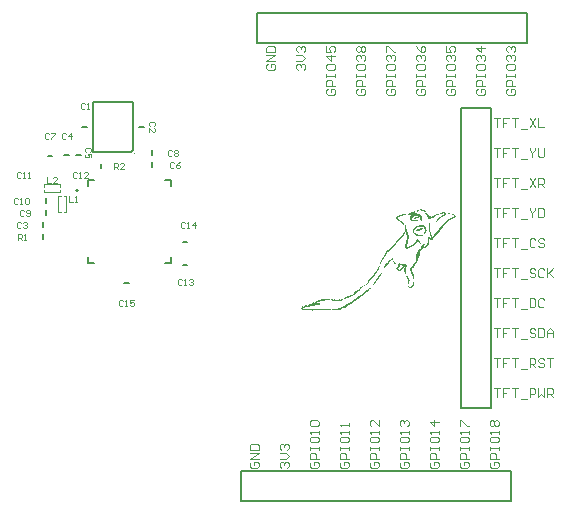
<source format=gto>
G04*
G04 #@! TF.GenerationSoftware,Altium Limited,Altium Designer,23.1.1 (15)*
G04*
G04 Layer_Color=65535*
%FSLAX25Y25*%
%MOIN*%
G70*
G04*
G04 #@! TF.SameCoordinates,379D8D2B-01B5-4923-9211-1CC0BA53C839*
G04*
G04*
G04 #@! TF.FilePolarity,Positive*
G04*
G01*
G75*
%ADD10C,0.00394*%
%ADD11C,0.00787*%
%ADD12C,0.00591*%
%ADD13C,0.00500*%
%ADD14C,0.00492*%
G36*
X437887Y294873D02*
X438081D01*
Y294808D01*
X438275D01*
Y294679D01*
X437629D01*
Y294744D01*
X437500D01*
Y294873D01*
X437565D01*
Y294937D01*
X437887D01*
Y294873D01*
D02*
G37*
G36*
X438921Y294485D02*
X438792D01*
Y294550D01*
X438921D01*
Y294485D01*
D02*
G37*
G36*
X426650Y295390D02*
X426715D01*
Y295260D01*
X426650D01*
Y295131D01*
X426585D01*
Y295067D01*
X426456D01*
Y295002D01*
X426392D01*
Y294808D01*
X426456D01*
Y294744D01*
X427360D01*
Y294679D01*
X427554D01*
Y294615D01*
X427683D01*
Y294550D01*
X427812D01*
Y294485D01*
X427942D01*
Y294421D01*
X428071D01*
Y294356D01*
X428135D01*
Y294292D01*
X428200D01*
Y294227D01*
X428265D01*
Y294163D01*
X428394D01*
Y294098D01*
X428458D01*
Y294033D01*
X428523D01*
Y293969D01*
X428587D01*
Y293904D01*
X428717D01*
Y293840D01*
X428781D01*
Y293775D01*
X428846D01*
Y293646D01*
X428910D01*
Y293452D01*
X428846D01*
Y293129D01*
X428781D01*
Y293065D01*
X428846D01*
Y292677D01*
X428910D01*
Y292483D01*
X428975D01*
Y292354D01*
X428910D01*
Y292225D01*
X428652D01*
Y292354D01*
X428587D01*
Y292483D01*
X428523D01*
Y292548D01*
X428458D01*
Y292613D01*
X428394D01*
Y292677D01*
X428329D01*
Y292742D01*
X428265D01*
Y293000D01*
X428329D01*
Y293258D01*
X428394D01*
Y293323D01*
X428329D01*
Y293452D01*
X428265D01*
Y293517D01*
X428071D01*
Y293452D01*
X427942D01*
Y293388D01*
X427812D01*
Y293323D01*
X427683D01*
Y293258D01*
X427554D01*
Y293194D01*
X427425D01*
Y293129D01*
X427296D01*
Y293065D01*
X427102D01*
Y293000D01*
X426844D01*
Y292935D01*
X426715D01*
Y292871D01*
X426585D01*
Y292806D01*
X426198D01*
Y292935D01*
X426133D01*
Y293000D01*
X426198D01*
Y293065D01*
X426263D01*
Y293129D01*
X426327D01*
Y293194D01*
X426456D01*
Y293258D01*
X426650D01*
Y293323D01*
X426779D01*
Y293388D01*
X426908D01*
Y293452D01*
X427167D01*
Y293517D01*
X427296D01*
Y293581D01*
X427425D01*
Y293646D01*
X427490D01*
Y293710D01*
X427554D01*
Y293775D01*
X427619D01*
Y293840D01*
X427554D01*
Y293904D01*
X427490D01*
Y293969D01*
X427037D01*
Y293904D01*
X426844D01*
Y293840D01*
X426650D01*
Y293775D01*
X426521D01*
Y293710D01*
X426392D01*
Y293646D01*
X426263D01*
Y293581D01*
X426133D01*
Y293517D01*
X426069D01*
Y293452D01*
X426004D01*
Y293388D01*
X425940D01*
Y293323D01*
X425875D01*
Y293258D01*
X425810D01*
Y293194D01*
X425746D01*
Y293129D01*
X425681D01*
Y293065D01*
X425617D01*
Y292806D01*
X425681D01*
Y292742D01*
X425746D01*
Y292677D01*
X425940D01*
Y292613D01*
X427360D01*
Y292548D01*
X427425D01*
Y292483D01*
X427490D01*
Y292354D01*
X427425D01*
Y292290D01*
X427360D01*
Y292225D01*
X426650D01*
Y292160D01*
X425940D01*
Y292225D01*
X425617D01*
Y292290D01*
X425423D01*
Y292354D01*
X425294D01*
Y292419D01*
X425229D01*
Y292483D01*
X425165D01*
Y292548D01*
X425100D01*
Y292613D01*
X425035D01*
Y292742D01*
X424971D01*
Y292806D01*
X424906D01*
Y292935D01*
X424842D01*
Y293323D01*
X424906D01*
Y293452D01*
X424971D01*
Y293517D01*
X425035D01*
Y293646D01*
X425100D01*
Y293775D01*
X425165D01*
Y294098D01*
X425035D01*
Y294163D01*
X424842D01*
Y294098D01*
X424454D01*
Y294227D01*
X424390D01*
Y294421D01*
X424454D01*
Y294550D01*
X424519D01*
Y294615D01*
X424583D01*
Y294679D01*
X424648D01*
Y294744D01*
X424713D01*
Y294808D01*
X424777D01*
Y294873D01*
X424971D01*
Y294937D01*
X425100D01*
Y295002D01*
X425229D01*
Y295067D01*
X425294D01*
Y295131D01*
X425423D01*
Y295196D01*
X425617D01*
Y295260D01*
X425746D01*
Y295325D01*
X426327D01*
Y295390D01*
X426456D01*
Y295454D01*
X426650D01*
Y295390D01*
D02*
G37*
G36*
X428910Y295971D02*
X429815D01*
Y295906D01*
X429879D01*
Y295842D01*
X429944D01*
Y295777D01*
X430008D01*
Y295648D01*
X430073D01*
Y295583D01*
X430137D01*
Y295390D01*
X430202D01*
Y295196D01*
X430267D01*
Y295131D01*
X430331D01*
Y295067D01*
X430396D01*
Y295002D01*
X430460D01*
Y294873D01*
X430525D01*
Y294808D01*
X430590D01*
Y294744D01*
X430654D01*
Y294615D01*
X430719D01*
Y294550D01*
X430783D01*
Y294485D01*
X430848D01*
Y294421D01*
X430912D01*
Y294356D01*
X430977D01*
Y294227D01*
X431042D01*
Y294163D01*
X431106D01*
Y294098D01*
X431171D01*
Y294033D01*
X431235D01*
Y293969D01*
X431300D01*
Y293904D01*
X431365D01*
Y293840D01*
X431494D01*
Y293775D01*
X431623D01*
Y293710D01*
X431817D01*
Y293646D01*
X432140D01*
Y293710D01*
X432850D01*
Y293775D01*
X432915D01*
Y293840D01*
X432979D01*
Y293904D01*
X433044D01*
Y293969D01*
X433108D01*
Y294033D01*
X433238D01*
Y294098D01*
X433302D01*
Y294163D01*
X433431D01*
Y294227D01*
X433625D01*
Y294292D01*
X433754D01*
Y294356D01*
X433883D01*
Y294421D01*
X434077D01*
Y294485D01*
X434335D01*
Y294550D01*
X434529D01*
Y294615D01*
X434658D01*
Y294679D01*
X434917D01*
Y294744D01*
X435175D01*
Y294808D01*
X435369D01*
Y294873D01*
X435498D01*
Y294937D01*
X435627D01*
Y295002D01*
X435692D01*
Y295067D01*
X435821D01*
Y295131D01*
X436015D01*
Y295196D01*
X436402D01*
Y295131D01*
X436596D01*
Y295067D01*
X436660D01*
Y295002D01*
X436725D01*
Y294937D01*
X436790D01*
Y294744D01*
X436854D01*
Y294679D01*
X436919D01*
Y294550D01*
X436983D01*
Y294227D01*
X436919D01*
Y294163D01*
X436854D01*
Y294098D01*
X436725D01*
Y294033D01*
X436596D01*
Y293969D01*
X436402D01*
Y293904D01*
X436208D01*
Y293840D01*
X436015D01*
Y293775D01*
X435950D01*
Y293710D01*
X435885D01*
Y293646D01*
X435756D01*
Y293581D01*
X435563D01*
Y293517D01*
X435498D01*
Y293452D01*
X435369D01*
Y293388D01*
X435304D01*
Y293323D01*
X435175D01*
Y293258D01*
X435110D01*
Y293194D01*
X435046D01*
Y293129D01*
X434981D01*
Y293065D01*
X434852D01*
Y293000D01*
X434788D01*
Y292935D01*
X434723D01*
Y292871D01*
X434658D01*
Y292806D01*
X434594D01*
Y292677D01*
X434529D01*
Y292613D01*
X434465D01*
Y292548D01*
X434400D01*
Y292483D01*
X434335D01*
Y292419D01*
X434271D01*
Y292290D01*
X434206D01*
Y292225D01*
X434142D01*
Y292160D01*
X434077D01*
Y292031D01*
X434013D01*
Y291967D01*
X433948D01*
Y291902D01*
X433883D01*
Y291838D01*
X433819D01*
Y291773D01*
X433754D01*
Y291708D01*
X433690D01*
Y291644D01*
X433496D01*
Y291708D01*
X433431D01*
Y291967D01*
X433496D01*
Y292096D01*
X433560D01*
Y292160D01*
X433625D01*
Y292225D01*
X433690D01*
Y292290D01*
X433754D01*
Y292354D01*
X433819D01*
Y292419D01*
X433883D01*
Y292548D01*
X433948D01*
Y292613D01*
X434013D01*
Y292677D01*
X434077D01*
Y292742D01*
X434142D01*
Y292806D01*
X434206D01*
Y292871D01*
X434271D01*
Y293000D01*
X434400D01*
Y293065D01*
X434465D01*
Y293129D01*
X434529D01*
Y293194D01*
X434594D01*
Y293323D01*
X434723D01*
Y293388D01*
X434852D01*
Y293452D01*
X434917D01*
Y293517D01*
X434981D01*
Y293581D01*
X435046D01*
Y293646D01*
X435175D01*
Y293710D01*
X435304D01*
Y293775D01*
X435369D01*
Y293840D01*
X435433D01*
Y293904D01*
X435563D01*
Y293969D01*
X435692D01*
Y294033D01*
X435821D01*
Y294098D01*
X435950D01*
Y294163D01*
X436144D01*
Y294227D01*
X436273D01*
Y294292D01*
X436338D01*
Y294356D01*
X436402D01*
Y294679D01*
X436338D01*
Y294744D01*
X436273D01*
Y294808D01*
X436079D01*
Y294873D01*
X436015D01*
Y294808D01*
X435950D01*
Y294744D01*
X435885D01*
Y294615D01*
X435821D01*
Y294550D01*
X435627D01*
Y294485D01*
X435433D01*
Y294421D01*
X434852D01*
Y294356D01*
X434658D01*
Y294292D01*
X434465D01*
Y294227D01*
X434271D01*
Y294163D01*
X434077D01*
Y294098D01*
X433883D01*
Y294033D01*
X433754D01*
Y293969D01*
X433690D01*
Y293904D01*
X433560D01*
Y293840D01*
X433431D01*
Y293775D01*
X433302D01*
Y293710D01*
X433238D01*
Y293581D01*
X433173D01*
Y293517D01*
X433108D01*
Y293388D01*
X433044D01*
Y293323D01*
X432979D01*
Y293258D01*
X432656D01*
Y293323D01*
X432398D01*
Y293258D01*
X432269D01*
Y293194D01*
X432204D01*
Y293129D01*
X432075D01*
Y293065D01*
X431881D01*
Y293000D01*
X431687D01*
Y292935D01*
X431623D01*
Y292871D01*
X431429D01*
Y292806D01*
X431300D01*
Y292871D01*
X431171D01*
Y292935D01*
X431106D01*
Y293000D01*
X431042D01*
Y293129D01*
X430977D01*
Y293323D01*
X430912D01*
Y293452D01*
X430848D01*
Y293581D01*
X430783D01*
Y293775D01*
X430719D01*
Y293904D01*
X430654D01*
Y294033D01*
X430590D01*
Y294098D01*
X430525D01*
Y294163D01*
X430460D01*
Y294292D01*
X430396D01*
Y294356D01*
X430331D01*
Y294421D01*
X430267D01*
Y294485D01*
X430202D01*
Y294615D01*
X430137D01*
Y294679D01*
X430073D01*
Y295002D01*
X430137D01*
Y295196D01*
X430008D01*
Y295260D01*
X429879D01*
Y295325D01*
X429750D01*
Y295390D01*
X429685D01*
Y295454D01*
X429492D01*
Y295519D01*
X429298D01*
Y295583D01*
X429104D01*
Y295648D01*
X428523D01*
Y295712D01*
X428006D01*
Y295648D01*
X427877D01*
Y295583D01*
X427812D01*
Y295519D01*
X427683D01*
Y295454D01*
X427619D01*
Y295390D01*
X427554D01*
Y295325D01*
X427490D01*
Y295260D01*
X427167D01*
Y295583D01*
X427231D01*
Y295648D01*
X427296D01*
Y295777D01*
X427425D01*
Y295842D01*
X427490D01*
Y295906D01*
X427683D01*
Y295971D01*
X428200D01*
Y296035D01*
X428910D01*
Y295971D01*
D02*
G37*
G36*
X428781Y289771D02*
X429040D01*
Y289706D01*
X429233D01*
Y289448D01*
X429169D01*
Y289383D01*
X429104D01*
Y289319D01*
X428910D01*
Y289254D01*
X428717D01*
Y289190D01*
X428587D01*
Y289125D01*
X428394D01*
Y289060D01*
X428135D01*
Y288996D01*
X427877D01*
Y288931D01*
X427812D01*
Y288867D01*
X427619D01*
Y288802D01*
X427231D01*
Y288867D01*
X427102D01*
Y289190D01*
X427167D01*
Y289254D01*
X427231D01*
Y289319D01*
X427360D01*
Y289383D01*
X427554D01*
Y289448D01*
X427683D01*
Y289512D01*
X427812D01*
Y289577D01*
X427942D01*
Y289642D01*
X428135D01*
Y289706D01*
X428265D01*
Y289771D01*
X428394D01*
Y289835D01*
X428781D01*
Y289771D01*
D02*
G37*
G36*
X429362Y290933D02*
X429556D01*
Y290869D01*
X429621D01*
Y290804D01*
X429685D01*
Y290740D01*
X429750D01*
Y290675D01*
X429815D01*
Y290610D01*
X429879D01*
Y290481D01*
X429944D01*
Y290417D01*
X430008D01*
Y290287D01*
X430073D01*
Y290158D01*
X430137D01*
Y290029D01*
X430202D01*
Y289900D01*
X430267D01*
Y289771D01*
X430331D01*
Y289577D01*
X430396D01*
Y289319D01*
X430460D01*
Y288802D01*
X430396D01*
Y288544D01*
X430331D01*
Y288350D01*
X430267D01*
Y288285D01*
X430202D01*
Y288156D01*
X430137D01*
Y288092D01*
X430073D01*
Y288027D01*
X430008D01*
Y287963D01*
X429944D01*
Y287898D01*
X429815D01*
Y287833D01*
X429685D01*
Y287769D01*
X429621D01*
Y287833D01*
X429556D01*
Y287898D01*
X429492D01*
Y288027D01*
X429556D01*
Y288156D01*
X429621D01*
Y288221D01*
X429685D01*
Y288350D01*
X429750D01*
Y288415D01*
X429815D01*
Y288544D01*
X429879D01*
Y288608D01*
X429944D01*
Y288738D01*
X430008D01*
Y289319D01*
X429944D01*
Y289512D01*
X429879D01*
Y289577D01*
X429815D01*
Y289642D01*
X429621D01*
Y289706D01*
X429556D01*
Y289965D01*
X429621D01*
Y290094D01*
X429556D01*
Y290223D01*
X429492D01*
Y290287D01*
X429427D01*
Y290352D01*
X428652D01*
Y290287D01*
X428006D01*
Y290223D01*
X427748D01*
Y290158D01*
X427619D01*
Y290094D01*
X427490D01*
Y290029D01*
X427425D01*
Y289965D01*
X427296D01*
Y289900D01*
X427231D01*
Y289835D01*
X427167D01*
Y289771D01*
X427102D01*
Y289706D01*
X426973D01*
Y289642D01*
X426908D01*
Y289577D01*
X426779D01*
Y289512D01*
X426715D01*
Y289448D01*
X426585D01*
Y289383D01*
X426521D01*
Y289319D01*
X426456D01*
Y289190D01*
X426392D01*
Y289125D01*
X426327D01*
Y288996D01*
X426263D01*
Y288738D01*
X426198D01*
Y288608D01*
X426263D01*
Y288415D01*
X426327D01*
Y288350D01*
X426392D01*
Y288285D01*
X426456D01*
Y288221D01*
X426521D01*
Y288156D01*
X426585D01*
Y288092D01*
X426715D01*
Y288027D01*
X426844D01*
Y287963D01*
X426973D01*
Y287898D01*
X427037D01*
Y287833D01*
X427167D01*
Y287769D01*
X427360D01*
Y287704D01*
X427748D01*
Y287640D01*
X428006D01*
Y287575D01*
X428265D01*
Y287510D01*
X428652D01*
Y287575D01*
X429298D01*
Y287510D01*
X429362D01*
Y287252D01*
X429298D01*
Y287188D01*
X429233D01*
Y287123D01*
X428975D01*
Y287058D01*
X428265D01*
Y287123D01*
X427942D01*
Y287188D01*
X427554D01*
Y287252D01*
X427360D01*
Y287317D01*
X427102D01*
Y287381D01*
X426973D01*
Y287446D01*
X426844D01*
Y287510D01*
X426715D01*
Y287575D01*
X426650D01*
Y287640D01*
X426521D01*
Y287704D01*
X426456D01*
Y287769D01*
X426327D01*
Y287833D01*
X426263D01*
Y287898D01*
X426198D01*
Y287963D01*
X426133D01*
Y288027D01*
X426069D01*
Y288092D01*
X426004D01*
Y288221D01*
X425940D01*
Y288415D01*
X425875D01*
Y289190D01*
X425940D01*
Y289319D01*
X426004D01*
Y289448D01*
X426069D01*
Y289512D01*
X426133D01*
Y289577D01*
X426198D01*
Y289706D01*
X426263D01*
Y289771D01*
X426327D01*
Y289835D01*
X426392D01*
Y289900D01*
X426521D01*
Y289965D01*
X426585D01*
Y290029D01*
X426715D01*
Y290094D01*
X426779D01*
Y290158D01*
X426844D01*
Y290223D01*
X426908D01*
Y290287D01*
X426973D01*
Y290352D01*
X427102D01*
Y290417D01*
X427231D01*
Y290481D01*
X427360D01*
Y290546D01*
X427490D01*
Y290610D01*
X427619D01*
Y290675D01*
X427812D01*
Y290740D01*
X428329D01*
Y290804D01*
X428846D01*
Y290869D01*
X428975D01*
Y290933D01*
X429169D01*
Y290998D01*
X429362D01*
Y290933D01*
D02*
G37*
G36*
X439050Y294421D02*
X439373D01*
Y294356D01*
X439502D01*
Y294292D01*
X439567D01*
Y294227D01*
X439631D01*
Y294163D01*
X439696D01*
Y294098D01*
X439890D01*
Y294033D01*
X440019D01*
Y293969D01*
X440083D01*
Y293904D01*
X440148D01*
Y293840D01*
X440212D01*
Y293517D01*
X440148D01*
Y293452D01*
X440083D01*
Y293388D01*
X439954D01*
Y293323D01*
X439825D01*
Y293258D01*
X439760D01*
Y293194D01*
X439631D01*
Y293129D01*
X439502D01*
Y293065D01*
X439179D01*
Y293000D01*
X439050D01*
Y292935D01*
X438921D01*
Y292871D01*
X438792D01*
Y292806D01*
X438662D01*
Y292742D01*
X438598D01*
Y292677D01*
X438469D01*
Y292613D01*
X438404D01*
Y292548D01*
X438275D01*
Y292483D01*
X438146D01*
Y292419D01*
X438081D01*
Y292354D01*
X438017D01*
Y292290D01*
X437952D01*
Y292225D01*
X437823D01*
Y292160D01*
X437758D01*
Y292096D01*
X437629D01*
Y292031D01*
X437565D01*
Y291967D01*
X437500D01*
Y291902D01*
X437435D01*
Y291838D01*
X437371D01*
Y291773D01*
X437306D01*
Y291644D01*
X437242D01*
Y291579D01*
X437177D01*
Y291515D01*
X437113D01*
Y291450D01*
X437048D01*
Y291385D01*
X436919D01*
Y291321D01*
X436854D01*
Y291192D01*
X436790D01*
Y291127D01*
X436725D01*
Y291062D01*
X436660D01*
Y290998D01*
X436596D01*
Y290933D01*
X436531D01*
Y290869D01*
X436402D01*
Y290740D01*
X436338D01*
Y290675D01*
X436273D01*
Y290610D01*
X436208D01*
Y290546D01*
X436079D01*
Y290481D01*
X436015D01*
Y290094D01*
X436079D01*
Y289965D01*
X436015D01*
Y289835D01*
X435950D01*
Y289771D01*
X435885D01*
Y289706D01*
X435756D01*
Y289642D01*
X435692D01*
Y289577D01*
X435627D01*
Y289512D01*
X435563D01*
Y289448D01*
X435498D01*
Y289383D01*
X435433D01*
Y289319D01*
X435369D01*
Y289254D01*
X435304D01*
Y289190D01*
X435240D01*
Y289125D01*
X435175D01*
Y289060D01*
X435110D01*
Y288996D01*
X435046D01*
Y288867D01*
X434981D01*
Y288802D01*
X434917D01*
Y288738D01*
X434852D01*
Y288673D01*
X434788D01*
Y288608D01*
X434723D01*
Y288544D01*
X434658D01*
Y288479D01*
X434594D01*
Y288415D01*
X434529D01*
Y288350D01*
X434465D01*
Y288285D01*
X434400D01*
Y288156D01*
X434335D01*
Y288092D01*
X434206D01*
Y288027D01*
X434142D01*
Y287963D01*
X434077D01*
Y287898D01*
X434013D01*
Y287769D01*
X433948D01*
Y287640D01*
X433883D01*
Y287510D01*
X433819D01*
Y287446D01*
X433754D01*
Y287381D01*
X433690D01*
Y287252D01*
X433625D01*
Y287188D01*
X433560D01*
Y287123D01*
X433431D01*
Y286994D01*
X433367D01*
Y286929D01*
X433302D01*
Y286865D01*
X433238D01*
Y286800D01*
X433173D01*
Y286735D01*
X433108D01*
Y286671D01*
X433044D01*
Y286606D01*
X432979D01*
Y286542D01*
X432915D01*
Y286477D01*
X432850D01*
Y286413D01*
X432785D01*
Y286348D01*
X432721D01*
Y286283D01*
X432656D01*
Y286154D01*
X432592D01*
Y286090D01*
X432527D01*
Y286025D01*
X432463D01*
Y285960D01*
X432398D01*
Y285896D01*
X432333D01*
Y285831D01*
X432204D01*
Y285767D01*
X431946D01*
Y285831D01*
X431881D01*
Y285896D01*
X431752D01*
Y285960D01*
X431687D01*
Y286025D01*
X431623D01*
Y286090D01*
X431558D01*
Y286154D01*
X431494D01*
Y286219D01*
X431429D01*
Y286283D01*
X431365D01*
Y286219D01*
X431235D01*
Y285960D01*
X431300D01*
Y285702D01*
X431365D01*
Y285121D01*
X431429D01*
Y284862D01*
X431365D01*
Y284733D01*
X431300D01*
Y284604D01*
X431235D01*
Y284346D01*
X431171D01*
Y284217D01*
X431106D01*
Y284087D01*
X431042D01*
Y283958D01*
X430977D01*
Y283894D01*
X430912D01*
Y283829D01*
X430848D01*
Y283765D01*
X430783D01*
Y283700D01*
X430719D01*
Y283635D01*
X430654D01*
Y283571D01*
X430525D01*
Y283506D01*
X430460D01*
Y283442D01*
X430331D01*
Y283377D01*
X430267D01*
Y283313D01*
X430202D01*
Y283248D01*
X430073D01*
Y283183D01*
X429362D01*
Y283119D01*
X429298D01*
Y283054D01*
X429169D01*
Y282990D01*
X429104D01*
Y282925D01*
X429040D01*
Y282860D01*
X428975D01*
Y282796D01*
X428910D01*
Y282731D01*
X428846D01*
Y282602D01*
X428781D01*
Y282538D01*
X428652D01*
Y282408D01*
X428587D01*
Y282344D01*
X428523D01*
Y282279D01*
X428458D01*
Y282215D01*
X428394D01*
Y282085D01*
X428329D01*
Y282021D01*
X428265D01*
Y281633D01*
X428329D01*
Y281310D01*
X428265D01*
Y280794D01*
X428200D01*
Y280600D01*
X428135D01*
Y280471D01*
X428071D01*
Y280277D01*
X428006D01*
Y280212D01*
X427942D01*
Y280083D01*
X427877D01*
Y279954D01*
X427812D01*
Y279825D01*
X427748D01*
Y279631D01*
X427683D01*
Y279437D01*
X427619D01*
Y279308D01*
X427554D01*
Y279179D01*
X427490D01*
Y278985D01*
X427425D01*
Y278792D01*
X427360D01*
Y278662D01*
X427296D01*
Y278469D01*
X427231D01*
Y278340D01*
X427167D01*
Y278210D01*
X427102D01*
Y278146D01*
X427037D01*
Y278017D01*
X426973D01*
Y277888D01*
X426908D01*
Y277758D01*
X426844D01*
Y277694D01*
X426779D01*
Y277629D01*
X426715D01*
Y277500D01*
X426650D01*
Y277435D01*
X426585D01*
Y277371D01*
X426521D01*
Y277306D01*
X426456D01*
Y277242D01*
X426392D01*
Y277177D01*
X426327D01*
Y277048D01*
X426263D01*
Y276919D01*
X426198D01*
Y276790D01*
X426133D01*
Y276660D01*
X426069D01*
Y276596D01*
X426004D01*
Y276531D01*
X425552D01*
Y276402D01*
X425488D01*
Y275885D01*
X425552D01*
Y275563D01*
X425617D01*
Y275369D01*
X425681D01*
Y275304D01*
X425746D01*
Y275175D01*
X425810D01*
Y275046D01*
X425875D01*
Y274981D01*
X425940D01*
Y274852D01*
X426004D01*
Y274787D01*
X426069D01*
Y274658D01*
X426133D01*
Y274335D01*
X426198D01*
Y274142D01*
X426263D01*
Y273948D01*
X426327D01*
Y273754D01*
X426392D01*
Y272398D01*
X426327D01*
Y272140D01*
X426392D01*
Y271688D01*
X426327D01*
Y271558D01*
X426263D01*
Y271429D01*
X426327D01*
Y271300D01*
X426392D01*
Y271042D01*
X426327D01*
Y270913D01*
X426263D01*
Y270848D01*
X426198D01*
Y270719D01*
X426133D01*
Y270590D01*
X426069D01*
Y270525D01*
X426004D01*
Y270396D01*
X425940D01*
Y270331D01*
X425875D01*
Y270267D01*
X425810D01*
Y270138D01*
X425746D01*
Y270073D01*
X425681D01*
Y270008D01*
X425552D01*
Y269944D01*
X425488D01*
Y269879D01*
X425358D01*
Y269815D01*
X424713D01*
Y269879D01*
X424648D01*
Y269944D01*
X424583D01*
Y270008D01*
X424519D01*
Y270073D01*
X424454D01*
Y270138D01*
X424390D01*
Y270202D01*
X424325D01*
Y270267D01*
X424260D01*
Y270525D01*
X424196D01*
Y270848D01*
X424131D01*
Y271300D01*
X424196D01*
Y271817D01*
X424131D01*
Y271946D01*
X424196D01*
Y272075D01*
X424260D01*
Y272269D01*
X424325D01*
Y272463D01*
X424260D01*
Y272656D01*
X424196D01*
Y272785D01*
X424131D01*
Y272915D01*
X424067D01*
Y273044D01*
X424002D01*
Y273173D01*
X423938D01*
Y273367D01*
X423873D01*
Y273496D01*
X423808D01*
Y273625D01*
X423744D01*
Y273948D01*
X424002D01*
Y273883D01*
X424067D01*
Y273754D01*
X424131D01*
Y273625D01*
X424196D01*
Y273496D01*
X424260D01*
Y273431D01*
X424325D01*
Y273367D01*
X424390D01*
Y273237D01*
X424454D01*
Y273173D01*
X424519D01*
Y273044D01*
X424583D01*
Y272915D01*
X424648D01*
Y272785D01*
X424713D01*
Y272592D01*
X424777D01*
Y272527D01*
X424842D01*
Y272398D01*
X424906D01*
Y272204D01*
X424842D01*
Y272075D01*
X424777D01*
Y272010D01*
X424713D01*
Y271881D01*
X424648D01*
Y271300D01*
X424583D01*
Y271235D01*
X424519D01*
Y271106D01*
X424454D01*
Y270977D01*
X424390D01*
Y270783D01*
X424454D01*
Y270654D01*
X424519D01*
Y270590D01*
X424583D01*
Y270460D01*
X424648D01*
Y270331D01*
X424713D01*
Y270267D01*
X424842D01*
Y270202D01*
X424906D01*
Y270267D01*
X425100D01*
Y270331D01*
X425165D01*
Y270396D01*
X425229D01*
Y270460D01*
X425294D01*
Y270525D01*
X425423D01*
Y270590D01*
X425488D01*
Y270654D01*
X425552D01*
Y270719D01*
X425617D01*
Y270783D01*
X425681D01*
Y270848D01*
X425746D01*
Y270913D01*
X425810D01*
Y270977D01*
X425875D01*
Y271106D01*
X425940D01*
Y271235D01*
X426004D01*
Y271494D01*
X426069D01*
Y271817D01*
X426133D01*
Y272075D01*
X426198D01*
Y272463D01*
X426133D01*
Y272850D01*
X426069D01*
Y273044D01*
X426004D01*
Y273302D01*
X425940D01*
Y273754D01*
X425875D01*
Y273883D01*
X425810D01*
Y274012D01*
X425746D01*
Y274077D01*
X425681D01*
Y274206D01*
X425617D01*
Y274335D01*
X425552D01*
Y274529D01*
X425488D01*
Y274594D01*
X425423D01*
Y274787D01*
X425358D01*
Y274917D01*
X425294D01*
Y275046D01*
X425229D01*
Y275175D01*
X425165D01*
Y275369D01*
X425100D01*
Y275885D01*
X425035D01*
Y276402D01*
X425100D01*
Y276660D01*
X425165D01*
Y276725D01*
X425229D01*
Y276790D01*
X425552D01*
Y276854D01*
X425617D01*
Y277048D01*
X425681D01*
Y277177D01*
X425746D01*
Y277306D01*
X425810D01*
Y277435D01*
X425875D01*
Y277500D01*
X425940D01*
Y277629D01*
X426004D01*
Y277694D01*
X426069D01*
Y277823D01*
X426133D01*
Y277888D01*
X426198D01*
Y278017D01*
X426263D01*
Y278081D01*
X426327D01*
Y278146D01*
X426392D01*
Y278210D01*
X426456D01*
Y278275D01*
X426521D01*
Y278340D01*
X426585D01*
Y278404D01*
X426650D01*
Y278469D01*
X426715D01*
Y278598D01*
X426779D01*
Y278662D01*
X426844D01*
Y278792D01*
X426908D01*
Y278856D01*
X426973D01*
Y278985D01*
X427037D01*
Y279050D01*
X427102D01*
Y280212D01*
X427037D01*
Y280471D01*
X427102D01*
Y280988D01*
Y281052D01*
Y281117D01*
X427167D01*
Y281504D01*
X427231D01*
Y281698D01*
X427296D01*
Y281827D01*
X427360D01*
Y281892D01*
X427425D01*
Y282021D01*
X427490D01*
Y282085D01*
X427554D01*
Y282215D01*
X427619D01*
Y282279D01*
X427683D01*
Y282408D01*
X427748D01*
Y282538D01*
X427812D01*
Y282731D01*
X427877D01*
Y282796D01*
X427942D01*
Y282860D01*
X428329D01*
Y282925D01*
X428458D01*
Y282990D01*
X428523D01*
Y283054D01*
X428587D01*
Y283119D01*
X428652D01*
Y283183D01*
X428717D01*
Y283248D01*
X428781D01*
Y283377D01*
X428717D01*
Y283571D01*
X428652D01*
Y283700D01*
X428717D01*
Y283829D01*
X428846D01*
Y283894D01*
X428975D01*
Y283958D01*
X429104D01*
Y284023D01*
X429169D01*
Y284087D01*
X429233D01*
Y284152D01*
X429298D01*
Y284217D01*
X429362D01*
Y284346D01*
X429427D01*
Y284410D01*
X429492D01*
Y284540D01*
X429556D01*
Y284604D01*
X429685D01*
Y284669D01*
X429944D01*
Y284604D01*
X430008D01*
Y284410D01*
X429944D01*
Y284281D01*
X429879D01*
Y284217D01*
X429815D01*
Y284152D01*
X429750D01*
Y284087D01*
X429685D01*
Y283958D01*
X429621D01*
Y283894D01*
X429556D01*
Y283765D01*
X429621D01*
Y283700D01*
X429685D01*
Y283635D01*
X429944D01*
Y283700D01*
X430137D01*
Y283765D01*
X430202D01*
Y283829D01*
X430267D01*
Y283894D01*
X430331D01*
Y284023D01*
X430396D01*
Y284087D01*
X430460D01*
Y284152D01*
X430525D01*
Y284217D01*
X430590D01*
Y284281D01*
X430654D01*
Y284410D01*
X430719D01*
Y284540D01*
X430783D01*
Y284733D01*
X430848D01*
Y285121D01*
X430912D01*
Y285767D01*
X430848D01*
Y286477D01*
X430912D01*
Y286671D01*
X430977D01*
Y286865D01*
X431042D01*
Y286994D01*
X431365D01*
Y286865D01*
X431429D01*
Y286800D01*
X431494D01*
Y286735D01*
X431558D01*
Y286606D01*
X431623D01*
Y286542D01*
X431881D01*
Y286606D01*
X431946D01*
Y286735D01*
X431881D01*
Y286929D01*
X431817D01*
Y287123D01*
X431752D01*
Y287381D01*
X431687D01*
Y287640D01*
X431623D01*
Y287898D01*
X431558D01*
Y288156D01*
X431494D01*
Y288415D01*
X431429D01*
Y288608D01*
X431365D01*
Y288802D01*
X431300D01*
Y288867D01*
X431235D01*
Y288996D01*
X431171D01*
Y289512D01*
X431235D01*
Y289835D01*
X431300D01*
Y291321D01*
X431235D01*
Y291450D01*
X431171D01*
Y291838D01*
X431300D01*
Y291773D01*
X431429D01*
Y291644D01*
X431494D01*
Y291515D01*
X431558D01*
Y291256D01*
X431623D01*
Y290869D01*
X431687D01*
Y290675D01*
X431752D01*
Y289512D01*
X431687D01*
Y289254D01*
X431623D01*
Y288931D01*
X431687D01*
Y288738D01*
X431752D01*
Y288608D01*
X431817D01*
Y288221D01*
X431881D01*
Y287963D01*
X431946D01*
Y287640D01*
X432010D01*
Y287510D01*
X432075D01*
Y287446D01*
X432140D01*
Y287252D01*
X432204D01*
Y287123D01*
X432269D01*
Y287058D01*
X432333D01*
Y286994D01*
X432527D01*
Y287058D01*
X432592D01*
Y287123D01*
X432656D01*
Y287188D01*
X432721D01*
Y287252D01*
X432785D01*
Y287317D01*
X432850D01*
Y287446D01*
X432915D01*
Y287510D01*
X432979D01*
Y287575D01*
X433044D01*
Y287640D01*
X433108D01*
Y287704D01*
X433173D01*
Y287769D01*
X433238D01*
Y287833D01*
X433302D01*
Y287898D01*
X433367D01*
Y287963D01*
X433431D01*
Y288092D01*
X433496D01*
Y288156D01*
X433560D01*
Y288285D01*
X433625D01*
Y288350D01*
X433690D01*
Y288479D01*
X433754D01*
Y288608D01*
X433819D01*
Y288673D01*
X433883D01*
Y288738D01*
X433948D01*
Y288802D01*
X434013D01*
Y288931D01*
X434077D01*
Y288996D01*
X434206D01*
Y289060D01*
X434400D01*
Y289125D01*
X434529D01*
Y289190D01*
X434658D01*
Y289319D01*
X434723D01*
Y289835D01*
X434788D01*
Y289900D01*
X434852D01*
Y289965D01*
X434917D01*
Y290029D01*
X434981D01*
Y290094D01*
X435046D01*
Y290158D01*
X435110D01*
Y290223D01*
X435240D01*
Y290287D01*
X435304D01*
Y290352D01*
X435369D01*
Y290417D01*
X435433D01*
Y290481D01*
X435498D01*
Y290546D01*
X435563D01*
Y290610D01*
X435627D01*
Y290675D01*
X435692D01*
Y290740D01*
X435756D01*
Y290804D01*
X435821D01*
Y290869D01*
X435885D01*
Y290933D01*
X435950D01*
Y290998D01*
X436015D01*
Y291062D01*
X436079D01*
Y291127D01*
X436144D01*
Y291192D01*
X436208D01*
Y291256D01*
X436273D01*
Y291321D01*
X436338D01*
Y291385D01*
X436402D01*
Y291515D01*
X436467D01*
Y291579D01*
X436531D01*
Y291644D01*
X436596D01*
Y291708D01*
X436660D01*
Y291773D01*
X436725D01*
Y291838D01*
X436790D01*
Y291902D01*
X436854D01*
Y291967D01*
X436919D01*
Y292031D01*
X436983D01*
Y292160D01*
X437048D01*
Y292225D01*
X437113D01*
Y292290D01*
X437177D01*
Y292354D01*
X437242D01*
Y292419D01*
X437306D01*
Y292483D01*
X437371D01*
Y292548D01*
X437435D01*
Y292613D01*
X437565D01*
Y292677D01*
X437629D01*
Y292742D01*
X437758D01*
Y292806D01*
X437887D01*
Y292871D01*
X438017D01*
Y292935D01*
X438081D01*
Y293000D01*
X438210D01*
Y293065D01*
X438340D01*
Y293129D01*
X438469D01*
Y293194D01*
X438533D01*
Y293258D01*
X438662D01*
Y293323D01*
X438792D01*
Y293388D01*
X438921D01*
Y293452D01*
X439050D01*
Y293517D01*
X439179D01*
Y293581D01*
X439373D01*
Y293646D01*
X439567D01*
Y293710D01*
X439631D01*
Y293840D01*
X439696D01*
Y293904D01*
X439631D01*
Y294033D01*
X439567D01*
Y294098D01*
X439437D01*
Y294163D01*
X439244D01*
Y294227D01*
X439179D01*
Y294292D01*
X439115D01*
Y294356D01*
X439050D01*
Y294421D01*
X438985D01*
Y294485D01*
X439050D01*
Y294421D01*
D02*
G37*
G36*
X423421Y294550D02*
X423485D01*
Y294485D01*
X423550D01*
Y294227D01*
X423485D01*
Y294163D01*
X423292D01*
Y294098D01*
X422969D01*
Y294033D01*
X422710D01*
Y293969D01*
X422388D01*
Y293904D01*
X422129D01*
Y293840D01*
X421871D01*
Y293775D01*
X421742D01*
Y293710D01*
X421677D01*
Y293646D01*
X421548D01*
Y293581D01*
X421419D01*
Y293517D01*
X421290D01*
Y293452D01*
X421160D01*
Y293388D01*
X421031D01*
Y293323D01*
X420967D01*
Y293258D01*
X420902D01*
Y293129D01*
X420837D01*
Y293000D01*
X420902D01*
Y292935D01*
X420967D01*
Y292871D01*
X421031D01*
Y292806D01*
X421096D01*
Y292742D01*
X421160D01*
Y292677D01*
X421225D01*
Y292613D01*
X421354D01*
Y292548D01*
X421483D01*
Y292483D01*
X421613D01*
Y292419D01*
X421677D01*
Y292354D01*
X421742D01*
Y292290D01*
X421806D01*
Y292225D01*
X421935D01*
Y292160D01*
X422000D01*
Y292096D01*
X422065D01*
Y292031D01*
X422194D01*
Y291967D01*
X422258D01*
Y291902D01*
X422323D01*
Y291838D01*
X422452D01*
Y291773D01*
X422581D01*
Y291708D01*
X422646D01*
Y291644D01*
X422710D01*
Y291579D01*
X422775D01*
Y291515D01*
X422840D01*
Y291385D01*
X422904D01*
Y291321D01*
X422969D01*
Y291256D01*
X423033D01*
Y291127D01*
X423098D01*
Y290998D01*
X423163D01*
Y290933D01*
X423227D01*
Y290869D01*
X423356D01*
Y290804D01*
X423421D01*
Y290740D01*
X423485D01*
Y290610D01*
X423550D01*
Y290223D01*
X423615D01*
Y289771D01*
X423679D01*
Y289642D01*
X423744D01*
Y289448D01*
X423808D01*
Y289190D01*
X423873D01*
Y288931D01*
X423938D01*
Y288802D01*
X424002D01*
Y288608D01*
X424067D01*
Y288479D01*
X424131D01*
Y288221D01*
X424196D01*
Y288092D01*
X424260D01*
Y287963D01*
X424325D01*
Y287769D01*
X424390D01*
Y287640D01*
X424454D01*
Y287446D01*
X424519D01*
Y287317D01*
X424583D01*
Y287188D01*
X424648D01*
Y287123D01*
X424713D01*
Y286671D01*
X424648D01*
Y286477D01*
X424583D01*
Y286348D01*
X424519D01*
Y286219D01*
X424454D01*
Y286090D01*
X424390D01*
Y285831D01*
X424325D01*
Y285573D01*
X424260D01*
Y285379D01*
X424196D01*
Y285185D01*
X424131D01*
Y284669D01*
X424067D01*
Y284346D01*
X424002D01*
Y284087D01*
X423938D01*
Y283829D01*
X423873D01*
Y283506D01*
X423938D01*
Y283442D01*
X424196D01*
Y283506D01*
X424325D01*
Y283571D01*
X424454D01*
Y283635D01*
X424583D01*
Y283700D01*
X424713D01*
Y283765D01*
X424842D01*
Y283829D01*
X424971D01*
Y283894D01*
X425100D01*
Y283958D01*
X425229D01*
Y284023D01*
X425358D01*
Y284087D01*
X425423D01*
Y284152D01*
X425552D01*
Y284217D01*
X425681D01*
Y284281D01*
X425746D01*
Y284346D01*
X425810D01*
Y284410D01*
X425875D01*
Y284475D01*
X425940D01*
Y284540D01*
X426004D01*
Y284604D01*
X426069D01*
Y284669D01*
X426198D01*
Y284733D01*
X426263D01*
Y284798D01*
X426392D01*
Y284862D01*
X426456D01*
Y284992D01*
X426521D01*
Y285056D01*
X426585D01*
Y285121D01*
X426650D01*
Y285185D01*
X426715D01*
Y285250D01*
X426779D01*
Y285315D01*
X426844D01*
Y285379D01*
X426908D01*
Y285444D01*
X426973D01*
Y285508D01*
X427037D01*
Y285637D01*
X427102D01*
Y285702D01*
X427167D01*
Y285831D01*
X427231D01*
Y285960D01*
X427296D01*
Y286090D01*
X427360D01*
Y286154D01*
X427490D01*
Y286090D01*
X427554D01*
Y286025D01*
X427619D01*
Y285960D01*
X427683D01*
Y285831D01*
X427748D01*
Y285767D01*
X427812D01*
Y285702D01*
X427877D01*
Y285637D01*
X427942D01*
Y285573D01*
X428006D01*
Y285508D01*
X428135D01*
Y285444D01*
X428200D01*
Y285315D01*
X428265D01*
Y285250D01*
X428329D01*
Y285121D01*
X428394D01*
Y284992D01*
X428458D01*
Y284862D01*
X428523D01*
Y284604D01*
X428458D01*
Y284410D01*
X428394D01*
Y284346D01*
X428329D01*
Y284281D01*
X428265D01*
Y284217D01*
X428200D01*
Y284281D01*
X428135D01*
Y284733D01*
X428071D01*
Y284862D01*
X428006D01*
Y284992D01*
X427877D01*
Y285056D01*
X427812D01*
Y285121D01*
X427748D01*
Y285185D01*
X427683D01*
Y285250D01*
X427425D01*
Y285185D01*
X427360D01*
Y285121D01*
X427296D01*
Y285056D01*
X427231D01*
Y284992D01*
X427167D01*
Y284927D01*
X427102D01*
Y284798D01*
X427037D01*
Y284733D01*
X426973D01*
Y284669D01*
X426908D01*
Y284604D01*
X426844D01*
Y284540D01*
X426779D01*
Y284475D01*
X426715D01*
Y284410D01*
X426650D01*
Y284346D01*
X426521D01*
Y284281D01*
X426456D01*
Y284217D01*
X426392D01*
Y284152D01*
X426327D01*
Y284087D01*
X426263D01*
Y284023D01*
X426133D01*
Y283958D01*
X426069D01*
Y283894D01*
X425940D01*
Y283829D01*
X425810D01*
Y283765D01*
X425746D01*
Y283700D01*
X425681D01*
Y283635D01*
X425552D01*
Y283571D01*
X425423D01*
Y283506D01*
X425358D01*
Y283442D01*
X425229D01*
Y283377D01*
X425100D01*
Y283313D01*
X424971D01*
Y283248D01*
X424842D01*
Y283183D01*
X424713D01*
Y283119D01*
X424583D01*
Y283054D01*
X424454D01*
Y282990D01*
X424325D01*
Y282925D01*
X424131D01*
Y282860D01*
X423938D01*
Y282796D01*
X423679D01*
Y282860D01*
X423550D01*
Y282925D01*
X423485D01*
Y283054D01*
X423421D01*
Y283248D01*
X423356D01*
Y283442D01*
X423292D01*
Y283700D01*
X423356D01*
Y284023D01*
X423421D01*
Y284410D01*
X423485D01*
Y284862D01*
X423550D01*
Y285121D01*
X423615D01*
Y285444D01*
X423679D01*
Y285702D01*
X423744D01*
Y285960D01*
X423808D01*
Y286154D01*
X423873D01*
Y286413D01*
X423938D01*
Y286606D01*
X424002D01*
Y286800D01*
X424067D01*
Y286994D01*
X424002D01*
Y287188D01*
X423938D01*
Y287317D01*
X423873D01*
Y287510D01*
X423808D01*
Y287640D01*
X423744D01*
Y287898D01*
X423679D01*
Y288092D01*
X423615D01*
Y288221D01*
X423550D01*
Y288350D01*
X423485D01*
Y288608D01*
X423421D01*
Y288802D01*
X423356D01*
Y288867D01*
X423292D01*
Y289771D01*
X423227D01*
Y290675D01*
X423163D01*
Y290740D01*
X423098D01*
Y290804D01*
X422840D01*
Y290869D01*
X422775D01*
Y290933D01*
X422710D01*
Y290998D01*
X422646D01*
Y291127D01*
X422581D01*
Y291192D01*
X422517D01*
Y291256D01*
X422452D01*
Y291321D01*
X422323D01*
Y291385D01*
X422258D01*
Y291450D01*
X422194D01*
Y291515D01*
X422065D01*
Y291579D01*
X421935D01*
Y291644D01*
X421871D01*
Y291708D01*
X421806D01*
Y291773D01*
X421742D01*
Y291838D01*
X421677D01*
Y291902D01*
X421613D01*
Y291967D01*
X421483D01*
Y292031D01*
X421419D01*
Y292096D01*
X421354D01*
Y292160D01*
X421290D01*
Y292225D01*
X421225D01*
Y292290D01*
X421096D01*
Y292354D01*
X421031D01*
Y292419D01*
X420967D01*
Y292483D01*
X420902D01*
Y292548D01*
X420773D01*
Y292613D01*
X420708D01*
Y292677D01*
X420579D01*
Y292742D01*
X420515D01*
Y292806D01*
X420450D01*
Y292871D01*
X420385D01*
Y292935D01*
X420321D01*
Y293065D01*
X420256D01*
Y293129D01*
X420192D01*
Y293194D01*
X420127D01*
Y293388D01*
X420192D01*
Y293452D01*
X420256D01*
Y293517D01*
X420450D01*
Y293581D01*
X420579D01*
Y293646D01*
X420708D01*
Y293710D01*
X420773D01*
Y293775D01*
X420837D01*
Y293840D01*
X420902D01*
Y293904D01*
X421031D01*
Y293969D01*
X421160D01*
Y294033D01*
X421225D01*
Y294098D01*
X421354D01*
Y294163D01*
X421613D01*
Y294227D01*
X421871D01*
Y294292D01*
X422129D01*
Y294356D01*
X422323D01*
Y294421D01*
X422452D01*
Y294485D01*
X423098D01*
Y294550D01*
X423292D01*
Y294615D01*
X423421D01*
Y294550D01*
D02*
G37*
G36*
X419287Y278921D02*
X419481D01*
Y278856D01*
X419546D01*
Y278792D01*
X419675D01*
Y278727D01*
X419740D01*
Y278662D01*
X419804D01*
Y278598D01*
X419869D01*
Y278533D01*
X419933D01*
Y278469D01*
X419998D01*
Y278404D01*
X420062D01*
Y278340D01*
X420127D01*
Y278275D01*
X420192D01*
Y278081D01*
X420127D01*
Y278017D01*
X419998D01*
Y277952D01*
X419933D01*
Y278017D01*
X419740D01*
Y278081D01*
X419675D01*
Y278210D01*
X419610D01*
Y278275D01*
X419546D01*
Y278340D01*
X419481D01*
Y278404D01*
X419417D01*
Y278469D01*
X419352D01*
Y278533D01*
X419287D01*
Y278598D01*
X419223D01*
Y278727D01*
X419158D01*
Y278985D01*
X419287D01*
Y278921D01*
D02*
G37*
G36*
X423292Y288350D02*
X423356D01*
Y288092D01*
X423292D01*
Y287963D01*
X423227D01*
Y287898D01*
X423163D01*
Y287769D01*
X423098D01*
Y287640D01*
X423033D01*
Y287575D01*
X422969D01*
Y287446D01*
X422904D01*
Y287381D01*
X422840D01*
Y287317D01*
X422775D01*
Y287252D01*
X422710D01*
Y287188D01*
X422646D01*
Y287123D01*
X422581D01*
Y287058D01*
X422517D01*
Y286994D01*
X422452D01*
Y286865D01*
X422388D01*
Y286800D01*
X422323D01*
Y286735D01*
X422258D01*
Y286606D01*
X422194D01*
Y286542D01*
X422129D01*
Y286477D01*
X422065D01*
Y286413D01*
X422000D01*
Y286348D01*
X421935D01*
Y286219D01*
X421871D01*
Y286154D01*
X421806D01*
Y286090D01*
X421742D01*
Y286025D01*
X421677D01*
Y285896D01*
X421613D01*
Y285831D01*
X421548D01*
Y285767D01*
X421483D01*
Y285702D01*
X421419D01*
Y285637D01*
X421354D01*
Y285573D01*
X421290D01*
Y285508D01*
X421225D01*
Y285444D01*
X421160D01*
Y285379D01*
X421096D01*
Y285315D01*
X421031D01*
Y285250D01*
X420967D01*
Y285185D01*
X420902D01*
Y285121D01*
X420837D01*
Y285056D01*
X420773D01*
Y284992D01*
X420708D01*
Y284927D01*
X420579D01*
Y284862D01*
X420515D01*
Y284798D01*
X420450D01*
Y284733D01*
X420385D01*
Y284669D01*
X420321D01*
Y284540D01*
X420256D01*
Y284475D01*
X420192D01*
Y284346D01*
X420127D01*
Y284281D01*
X420062D01*
Y284217D01*
X419998D01*
Y284152D01*
X419933D01*
Y284087D01*
X419869D01*
Y283958D01*
X419804D01*
Y283894D01*
X419740D01*
Y283829D01*
X419675D01*
Y283765D01*
X419610D01*
Y283700D01*
X419546D01*
Y283635D01*
X419481D01*
Y283571D01*
X419417D01*
Y283506D01*
X419352D01*
Y283442D01*
X419287D01*
Y283313D01*
X419223D01*
Y283248D01*
X419158D01*
Y283183D01*
X419094D01*
Y283119D01*
X419029D01*
Y283054D01*
X418965D01*
Y282990D01*
X418900D01*
Y282925D01*
X418835D01*
Y282860D01*
X418771D01*
Y282796D01*
X418706D01*
Y282731D01*
X418642D01*
Y282602D01*
X418577D01*
Y282538D01*
X418512D01*
Y282473D01*
X418448D01*
Y282344D01*
X418383D01*
Y282279D01*
X418254D01*
Y282215D01*
X418125D01*
Y282150D01*
X417996D01*
Y282085D01*
X417802D01*
Y282021D01*
X417737D01*
Y281956D01*
X417608D01*
Y281892D01*
X417544D01*
Y281827D01*
X417479D01*
Y281698D01*
X417415D01*
Y281569D01*
X417350D01*
Y281504D01*
X417285D01*
Y281375D01*
X417221D01*
Y281246D01*
X417156D01*
Y281181D01*
X417092D01*
Y281052D01*
X417027D01*
Y280923D01*
X416962D01*
Y280858D01*
X416898D01*
Y280729D01*
X416833D01*
Y280600D01*
X416769D01*
Y280471D01*
X416704D01*
Y280406D01*
X416640D01*
Y280277D01*
X416575D01*
Y280212D01*
X416510D01*
Y280148D01*
X416446D01*
Y280019D01*
X416381D01*
Y279954D01*
X416317D01*
Y279890D01*
X416252D01*
Y279825D01*
X416187D01*
Y279696D01*
X416123D01*
Y279631D01*
X416058D01*
Y279502D01*
X415994D01*
Y279373D01*
X415929D01*
Y279308D01*
X415865D01*
Y279244D01*
X415800D01*
Y279115D01*
X415735D01*
Y278985D01*
X415671D01*
Y278921D01*
X415606D01*
Y278792D01*
X415542D01*
Y278662D01*
X415477D01*
Y278533D01*
X415413D01*
Y278404D01*
X415348D01*
Y278275D01*
X415283D01*
Y278146D01*
X415219D01*
Y277952D01*
X415154D01*
Y277694D01*
X415025D01*
Y277758D01*
X414896D01*
Y277888D01*
X414831D01*
Y278081D01*
X414896D01*
Y278210D01*
X414960D01*
Y278340D01*
X415025D01*
Y278469D01*
X415090D01*
Y278662D01*
X415154D01*
Y278792D01*
X415219D01*
Y278985D01*
X415283D01*
Y279115D01*
X415348D01*
Y279179D01*
X415413D01*
Y279308D01*
X415477D01*
Y279373D01*
X415542D01*
Y279502D01*
X415606D01*
Y279631D01*
X415671D01*
Y279696D01*
X415735D01*
Y279760D01*
X415800D01*
Y279890D01*
X415865D01*
Y279954D01*
X415929D01*
Y280019D01*
X415994D01*
Y280148D01*
X416058D01*
Y280212D01*
X416123D01*
Y280342D01*
X416187D01*
Y280471D01*
X416252D01*
Y280600D01*
X416317D01*
Y280665D01*
X416381D01*
Y280794D01*
X416446D01*
Y280923D01*
X416510D01*
Y281117D01*
X416575D01*
Y281246D01*
X416640D01*
Y281310D01*
X416704D01*
Y281440D01*
X416769D01*
Y281633D01*
X416833D01*
Y281763D01*
X416898D01*
Y281827D01*
X416962D01*
Y281956D01*
X417027D01*
Y282085D01*
X417092D01*
Y282215D01*
X417156D01*
Y282279D01*
X417285D01*
Y282344D01*
X417415D01*
Y282408D01*
X417479D01*
Y282473D01*
X417608D01*
Y282538D01*
X417673D01*
Y282602D01*
X417802D01*
Y282667D01*
X417867D01*
Y282731D01*
X417931D01*
Y282796D01*
X417996D01*
Y282860D01*
X418125D01*
Y282925D01*
X418254D01*
Y282990D01*
X418319D01*
Y283054D01*
X418383D01*
Y283183D01*
X418448D01*
Y283248D01*
X418512D01*
Y283313D01*
X418577D01*
Y283377D01*
X418706D01*
Y283442D01*
X418771D01*
Y283506D01*
X418835D01*
Y283635D01*
X418900D01*
Y283700D01*
X419029D01*
Y283765D01*
X419094D01*
Y283829D01*
X419158D01*
Y283958D01*
X419223D01*
Y284087D01*
X419287D01*
Y284152D01*
X419352D01*
Y284217D01*
X419481D01*
Y284281D01*
X419546D01*
Y284346D01*
X419610D01*
Y284475D01*
X419675D01*
Y284540D01*
X419740D01*
Y284669D01*
X419804D01*
Y284733D01*
X419869D01*
Y284862D01*
X419933D01*
Y284927D01*
X419998D01*
Y284992D01*
X420127D01*
Y285056D01*
X420192D01*
Y285121D01*
X420256D01*
Y285185D01*
X420321D01*
Y285250D01*
X420385D01*
Y285315D01*
X420450D01*
Y285379D01*
X420515D01*
Y285444D01*
X420644D01*
Y285508D01*
X420708D01*
Y285573D01*
X420773D01*
Y285702D01*
X420837D01*
Y285767D01*
X420902D01*
Y285831D01*
X420967D01*
Y285896D01*
X421031D01*
Y286025D01*
X421096D01*
Y286090D01*
X421160D01*
Y286154D01*
X421225D01*
Y286219D01*
X421290D01*
Y286283D01*
X421354D01*
Y286348D01*
X421419D01*
Y286413D01*
X421483D01*
Y286542D01*
X421548D01*
Y286606D01*
X421613D01*
Y286671D01*
X421677D01*
Y286735D01*
X421742D01*
Y286800D01*
X421806D01*
Y286865D01*
X421871D01*
Y286994D01*
X421935D01*
Y287058D01*
X422000D01*
Y287188D01*
X422065D01*
Y287252D01*
X422129D01*
Y287317D01*
X422194D01*
Y287381D01*
X422258D01*
Y287446D01*
X422323D01*
Y287510D01*
X422388D01*
Y287575D01*
X422452D01*
Y287640D01*
X422517D01*
Y287704D01*
X422581D01*
Y287833D01*
X422646D01*
Y287963D01*
X422710D01*
Y288027D01*
X422775D01*
Y288092D01*
X422840D01*
Y288156D01*
X422904D01*
Y288285D01*
X422969D01*
Y288350D01*
X423033D01*
Y288415D01*
X423292D01*
Y288350D01*
D02*
G37*
G36*
X419481Y279696D02*
X419417D01*
Y279631D01*
X419352D01*
Y279567D01*
X419287D01*
Y279502D01*
X419223D01*
Y279373D01*
X419158D01*
Y279308D01*
X419094D01*
Y279244D01*
X419029D01*
Y279179D01*
X418965D01*
Y279115D01*
X418835D01*
Y279050D01*
X418771D01*
Y278985D01*
X418642D01*
Y278921D01*
X418577D01*
Y278856D01*
X418512D01*
Y278792D01*
X418383D01*
Y278662D01*
X418319D01*
Y278598D01*
X418254D01*
Y278533D01*
X418190D01*
Y278469D01*
X418060D01*
Y278404D01*
X417996D01*
Y278275D01*
X417931D01*
Y278210D01*
X417867D01*
Y278081D01*
X417802D01*
Y278017D01*
X417737D01*
Y277952D01*
X417673D01*
Y277823D01*
X417608D01*
Y277694D01*
X417479D01*
Y277629D01*
X417350D01*
Y277565D01*
X417221D01*
Y277435D01*
X417156D01*
Y277306D01*
X417092D01*
Y277242D01*
X417027D01*
Y277177D01*
X416962D01*
Y277113D01*
X416898D01*
Y276983D01*
X416833D01*
Y276790D01*
X416769D01*
Y276725D01*
X416704D01*
Y276660D01*
X416640D01*
Y276596D01*
X416575D01*
Y276531D01*
X416510D01*
Y276467D01*
X416446D01*
Y276402D01*
X416317D01*
Y276467D01*
X416252D01*
Y276919D01*
X416317D01*
Y277048D01*
X416381D01*
Y277113D01*
X416446D01*
Y277242D01*
X416510D01*
Y277306D01*
X416575D01*
Y277371D01*
X416640D01*
Y277500D01*
X416704D01*
Y277565D01*
X416769D01*
Y277694D01*
X416833D01*
Y277758D01*
X416898D01*
Y277823D01*
X416962D01*
Y277888D01*
X417027D01*
Y278017D01*
X417092D01*
Y278081D01*
X417156D01*
Y278146D01*
X417221D01*
Y278210D01*
X417285D01*
Y278275D01*
X417415D01*
Y278340D01*
X417479D01*
Y278404D01*
X417544D01*
Y278469D01*
X417608D01*
Y278598D01*
X417673D01*
Y278662D01*
X417737D01*
Y278727D01*
X417802D01*
Y278792D01*
X417867D01*
Y278856D01*
X417931D01*
Y278921D01*
X417996D01*
Y278985D01*
X418060D01*
Y279050D01*
X418125D01*
Y279115D01*
X418254D01*
Y279179D01*
X418319D01*
Y279244D01*
X418448D01*
Y279308D01*
X418512D01*
Y279373D01*
X418577D01*
Y279437D01*
X418642D01*
Y279502D01*
X418706D01*
Y279567D01*
X418771D01*
Y279631D01*
X418835D01*
Y279696D01*
X419029D01*
Y279760D01*
X419094D01*
Y279825D01*
X419158D01*
Y279890D01*
X419481D01*
Y279696D01*
D02*
G37*
G36*
X421677Y278081D02*
X421742D01*
Y278017D01*
X421806D01*
Y277952D01*
X421871D01*
Y277888D01*
X421935D01*
Y277823D01*
X422000D01*
Y277758D01*
X422258D01*
Y277694D01*
X422517D01*
Y277629D01*
X422775D01*
Y277694D01*
X423292D01*
Y277758D01*
X423615D01*
Y277694D01*
X423744D01*
Y277565D01*
X423808D01*
Y276854D01*
X423744D01*
Y276338D01*
X423679D01*
Y276144D01*
X423615D01*
Y275950D01*
X423550D01*
Y275821D01*
X423485D01*
Y275175D01*
X423550D01*
Y274917D01*
X423615D01*
Y274658D01*
X423550D01*
Y274529D01*
X423485D01*
Y274465D01*
X423356D01*
Y274529D01*
X423292D01*
Y274658D01*
X423227D01*
Y274917D01*
X423163D01*
Y275175D01*
X423098D01*
Y275304D01*
X423033D01*
Y275369D01*
X422969D01*
Y275498D01*
X422904D01*
Y276015D01*
X422969D01*
Y276144D01*
X422904D01*
Y276273D01*
X422969D01*
Y276467D01*
X423033D01*
Y276531D01*
X423098D01*
Y276596D01*
X423163D01*
Y276790D01*
X423033D01*
Y276725D01*
X422969D01*
Y276660D01*
X422904D01*
Y276531D01*
X422840D01*
Y276467D01*
X422775D01*
Y276402D01*
X422646D01*
Y276338D01*
X422581D01*
Y276273D01*
X422517D01*
Y276144D01*
X422452D01*
Y276079D01*
X422388D01*
Y276015D01*
X422323D01*
Y275950D01*
X422194D01*
Y275885D01*
X422065D01*
Y275821D01*
X422000D01*
Y275756D01*
X421871D01*
Y275692D01*
X421806D01*
Y275627D01*
X421677D01*
Y275563D01*
X421613D01*
Y275498D01*
X421548D01*
Y275433D01*
X421290D01*
Y275498D01*
X421225D01*
Y275563D01*
X421160D01*
Y275627D01*
X421096D01*
Y275756D01*
X421031D01*
Y275821D01*
X420902D01*
Y275885D01*
X420837D01*
Y275950D01*
X420773D01*
Y276015D01*
X420708D01*
Y276079D01*
X420644D01*
Y276144D01*
X420579D01*
Y276208D01*
X420515D01*
Y276338D01*
X420450D01*
Y276402D01*
X420515D01*
Y276531D01*
X420579D01*
Y276660D01*
X420644D01*
Y276725D01*
X420708D01*
Y276790D01*
X420773D01*
Y276919D01*
X420837D01*
Y277048D01*
X420902D01*
Y277177D01*
X420967D01*
Y277500D01*
X420902D01*
Y277629D01*
X420837D01*
Y277952D01*
X421290D01*
Y278017D01*
X421419D01*
Y278081D01*
X421483D01*
Y278146D01*
X421677D01*
Y278081D01*
D02*
G37*
G36*
X415025Y277048D02*
X414960D01*
Y276919D01*
X414896D01*
Y276854D01*
X414831D01*
Y276725D01*
X414767D01*
Y276531D01*
X414702D01*
Y276402D01*
X414638D01*
Y276208D01*
X414573D01*
Y276015D01*
X414508D01*
Y275885D01*
X414444D01*
Y275756D01*
X414379D01*
Y275692D01*
X414315D01*
Y275563D01*
X414250D01*
Y275498D01*
X414185D01*
Y275433D01*
X414121D01*
Y275304D01*
X414056D01*
Y275240D01*
X413992D01*
Y275110D01*
X413927D01*
Y275046D01*
X413863D01*
Y274917D01*
X413798D01*
Y274852D01*
X413733D01*
Y274787D01*
X413669D01*
Y274658D01*
X413604D01*
Y274594D01*
X413540D01*
Y274465D01*
X413475D01*
Y274400D01*
X413410D01*
Y274335D01*
X413346D01*
Y274271D01*
X413281D01*
Y274142D01*
X413217D01*
Y274077D01*
X413152D01*
Y273948D01*
X413088D01*
Y273883D01*
X413023D01*
Y273819D01*
X412958D01*
Y273754D01*
X412894D01*
Y273690D01*
X412829D01*
Y273560D01*
X412765D01*
Y273496D01*
X412700D01*
Y273431D01*
X412635D01*
Y273367D01*
X412571D01*
Y273302D01*
X412506D01*
Y273173D01*
X412442D01*
Y273108D01*
X412377D01*
Y273044D01*
X412313D01*
Y272979D01*
X412248D01*
Y272915D01*
X412183D01*
Y272850D01*
X412119D01*
Y272785D01*
X412054D01*
Y272721D01*
X411990D01*
Y272656D01*
X411925D01*
Y272592D01*
X411796D01*
Y272527D01*
X411667D01*
Y272463D01*
X411602D01*
Y272398D01*
X411473D01*
Y272333D01*
X411344D01*
Y272269D01*
X411215D01*
Y272204D01*
X411150D01*
Y272010D01*
X411215D01*
Y271946D01*
X411279D01*
Y271881D01*
X411344D01*
Y271752D01*
X411408D01*
Y271623D01*
X411344D01*
Y271558D01*
X411279D01*
Y271494D01*
X411021D01*
Y271558D01*
X411085D01*
Y271817D01*
X411021D01*
Y272269D01*
X411085D01*
Y272527D01*
X411150D01*
Y272592D01*
X411215D01*
Y272656D01*
X411344D01*
Y272721D01*
X411473D01*
Y272785D01*
X411538D01*
Y272850D01*
X411602D01*
Y272979D01*
X411731D01*
Y273044D01*
X411860D01*
Y273108D01*
X411925D01*
Y273237D01*
X411990D01*
Y273302D01*
X412054D01*
Y273367D01*
X412119D01*
Y273431D01*
X412183D01*
Y273496D01*
X412248D01*
Y273560D01*
X412313D01*
Y273754D01*
X412377D01*
Y273883D01*
X412506D01*
Y273948D01*
X412571D01*
Y274012D01*
X412635D01*
Y274142D01*
X412700D01*
Y274271D01*
X412765D01*
Y274335D01*
X412894D01*
Y274400D01*
X412958D01*
Y274594D01*
X413023D01*
Y274723D01*
X413088D01*
Y274787D01*
X413152D01*
Y274852D01*
X413281D01*
Y274917D01*
X413346D01*
Y274981D01*
X413410D01*
Y275046D01*
X413475D01*
Y275175D01*
X413540D01*
Y275240D01*
X413604D01*
Y275304D01*
X413669D01*
Y275369D01*
X413733D01*
Y275433D01*
X413798D01*
Y275563D01*
X413863D01*
Y275627D01*
X413927D01*
Y275756D01*
X413992D01*
Y275821D01*
X414056D01*
Y275885D01*
X414121D01*
Y276079D01*
X414185D01*
Y276208D01*
X414250D01*
Y276273D01*
X414315D01*
Y276402D01*
X414379D01*
Y276660D01*
X414444D01*
Y276725D01*
X414508D01*
Y276790D01*
X414638D01*
Y277048D01*
X414702D01*
Y277242D01*
X414831D01*
Y277306D01*
X415025D01*
Y277048D01*
D02*
G37*
G36*
X410956Y271494D02*
X411021D01*
Y271365D01*
X410956D01*
Y271235D01*
X410892D01*
Y271171D01*
X410827D01*
Y271106D01*
X410698D01*
Y271042D01*
X410569D01*
Y270977D01*
X410440D01*
Y270913D01*
X410375D01*
Y270848D01*
X410117D01*
Y270977D01*
X410181D01*
Y271106D01*
X410310D01*
Y271171D01*
X410440D01*
Y271235D01*
X410504D01*
Y271300D01*
X410569D01*
Y271365D01*
X410633D01*
Y271429D01*
X410698D01*
Y271494D01*
X410892D01*
Y271558D01*
X410956D01*
Y271494D01*
D02*
G37*
G36*
X409794Y270719D02*
X409858D01*
Y270654D01*
X409794D01*
Y270590D01*
X409406D01*
Y270525D01*
X409342D01*
Y270396D01*
X409212D01*
Y270331D01*
X409019D01*
Y270396D01*
Y270460D01*
Y270525D01*
X409083D01*
Y270590D01*
X409277D01*
Y270654D01*
X409471D01*
Y270719D01*
X409535D01*
Y270783D01*
X409794D01*
Y270719D01*
D02*
G37*
G36*
X415606Y274787D02*
X415542D01*
Y274658D01*
X415477D01*
Y274529D01*
X415413D01*
Y274465D01*
X415348D01*
Y274400D01*
X415283D01*
Y274206D01*
X415219D01*
Y274077D01*
X415154D01*
Y274012D01*
X415090D01*
Y273948D01*
X415025D01*
Y273819D01*
X414960D01*
Y273625D01*
X414896D01*
Y273560D01*
X414831D01*
Y273496D01*
X414767D01*
Y273367D01*
X414702D01*
Y273237D01*
X414638D01*
Y273173D01*
X414573D01*
Y273044D01*
X414508D01*
Y272979D01*
X414444D01*
Y272850D01*
X414379D01*
Y272721D01*
X414315D01*
Y272656D01*
X414250D01*
Y272592D01*
X414185D01*
Y272527D01*
X414056D01*
Y272398D01*
X413992D01*
Y272269D01*
X413927D01*
Y272140D01*
X413798D01*
Y272075D01*
X413733D01*
Y271946D01*
X413669D01*
Y271881D01*
X413604D01*
Y271752D01*
X413540D01*
Y271688D01*
X413475D01*
Y271623D01*
X413410D01*
Y271558D01*
X413346D01*
Y271494D01*
X413281D01*
Y271365D01*
X413217D01*
Y271300D01*
X413152D01*
Y271235D01*
X413088D01*
Y271171D01*
X413023D01*
Y271042D01*
X412958D01*
Y270913D01*
X412894D01*
Y270848D01*
X412829D01*
Y270783D01*
X412765D01*
Y270719D01*
X412700D01*
Y270654D01*
X412571D01*
Y270590D01*
X412506D01*
Y270396D01*
X412442D01*
Y270331D01*
X412377D01*
Y270267D01*
X412183D01*
Y270396D01*
X412248D01*
Y270525D01*
X412377D01*
Y270590D01*
X412442D01*
Y270654D01*
X412506D01*
Y270913D01*
X412571D01*
Y271042D01*
X412635D01*
Y271106D01*
X412700D01*
Y271171D01*
X412765D01*
Y271300D01*
X412829D01*
Y271365D01*
X412894D01*
Y271429D01*
X412958D01*
Y271623D01*
X413023D01*
Y271752D01*
X413088D01*
Y271881D01*
X413152D01*
Y271946D01*
X413217D01*
Y272075D01*
X413281D01*
Y272140D01*
X413346D01*
Y272204D01*
X413410D01*
Y272269D01*
X413475D01*
Y272398D01*
X413540D01*
Y272463D01*
X413604D01*
Y272592D01*
X413669D01*
Y272656D01*
X413733D01*
Y272721D01*
X413798D01*
Y272850D01*
X413863D01*
Y272915D01*
X413927D01*
Y272979D01*
X413992D01*
Y273044D01*
X414056D01*
Y273108D01*
X414121D01*
Y273237D01*
X414185D01*
Y273302D01*
X414250D01*
Y273367D01*
X414315D01*
Y273496D01*
X414379D01*
Y273625D01*
X414444D01*
Y273690D01*
X414508D01*
Y273754D01*
X414573D01*
Y273883D01*
X414638D01*
Y273948D01*
X414702D01*
Y274012D01*
X414767D01*
Y274142D01*
X414831D01*
Y274271D01*
X414896D01*
Y274400D01*
X414960D01*
Y274465D01*
X415025D01*
Y274529D01*
X415090D01*
Y274658D01*
X415154D01*
Y274723D01*
X415219D01*
Y274852D01*
X415283D01*
Y274917D01*
X415348D01*
Y274981D01*
X415477D01*
Y275046D01*
X415606D01*
Y274787D01*
D02*
G37*
G36*
X408760Y270138D02*
X408825D01*
Y269944D01*
X408696D01*
Y269879D01*
X408502D01*
Y269685D01*
X408567D01*
Y269492D01*
X408502D01*
Y269427D01*
X408437D01*
Y269362D01*
X408373D01*
Y269298D01*
X408308D01*
Y269169D01*
X408244D01*
Y269040D01*
X408179D01*
Y268975D01*
X408115D01*
Y268910D01*
X407985D01*
Y268846D01*
X407856D01*
Y268781D01*
X407792D01*
Y268717D01*
X407727D01*
Y268652D01*
X407662D01*
Y268587D01*
X407598D01*
Y268523D01*
X407533D01*
Y268458D01*
X407469D01*
Y268394D01*
X407404D01*
Y268329D01*
X407340D01*
Y268265D01*
X407275D01*
Y268200D01*
X407146D01*
Y268135D01*
X407081D01*
Y268071D01*
X407017D01*
Y268006D01*
X406952D01*
Y267942D01*
X406823D01*
Y267877D01*
X406758D01*
Y267812D01*
X406629D01*
Y267748D01*
X406565D01*
Y267683D01*
X406500D01*
Y267619D01*
X406435D01*
Y267554D01*
X406371D01*
Y267490D01*
X406306D01*
Y267425D01*
X406242D01*
Y267360D01*
X406112D01*
Y267296D01*
X406048D01*
Y267231D01*
X405854D01*
Y267167D01*
X405596D01*
Y267102D01*
X405531D01*
Y267038D01*
X405402D01*
Y266973D01*
X405273D01*
Y266908D01*
X405079D01*
Y266844D01*
X404885D01*
Y266779D01*
X404821D01*
Y266715D01*
X404692D01*
Y266650D01*
X404563D01*
Y266585D01*
X404369D01*
Y266521D01*
X404175D01*
Y266456D01*
X403852D01*
Y266392D01*
X403723D01*
Y266327D01*
X403594D01*
Y266263D01*
X403465D01*
Y266198D01*
X403271D01*
Y266133D01*
X402948D01*
Y266069D01*
X402883D01*
Y266133D01*
X402819D01*
Y266198D01*
X402883D01*
Y266263D01*
X402948D01*
Y266327D01*
X403013D01*
Y266392D01*
X403077D01*
Y266456D01*
X403142D01*
Y266521D01*
X403206D01*
Y266585D01*
X403271D01*
Y266650D01*
X403335D01*
Y266715D01*
X403529D01*
Y266779D01*
X403658D01*
Y266844D01*
X403723D01*
Y266908D01*
X403852D01*
Y266973D01*
X404046D01*
Y267038D01*
X404175D01*
Y267102D01*
X404756D01*
Y267231D01*
X404821D01*
Y267360D01*
X404885D01*
Y267425D01*
X404950D01*
Y267490D01*
X405015D01*
Y267425D01*
X405337D01*
Y267490D01*
X405402D01*
Y267554D01*
X405467D01*
Y267619D01*
X405725D01*
Y267683D01*
X405919D01*
Y267748D01*
X405983D01*
Y267812D01*
X406112D01*
Y267877D01*
X406177D01*
Y267942D01*
X406242D01*
Y268006D01*
X406306D01*
Y268329D01*
X406242D01*
Y268523D01*
X406306D01*
Y268587D01*
X406371D01*
Y268652D01*
X406500D01*
Y268717D01*
X406565D01*
Y268781D01*
X406694D01*
Y268846D01*
X407210D01*
Y268910D01*
X407340D01*
Y268975D01*
X407404D01*
Y269040D01*
X407598D01*
Y269104D01*
X407727D01*
Y269169D01*
X407792D01*
Y269233D01*
X407856D01*
Y269427D01*
X407792D01*
Y269492D01*
X407727D01*
Y269556D01*
X407792D01*
Y269621D01*
X407856D01*
Y269492D01*
X407921D01*
Y269427D01*
X408244D01*
Y269492D01*
X408308D01*
Y269621D01*
X408244D01*
Y269685D01*
X408179D01*
Y269750D01*
X408050D01*
Y269815D01*
X408115D01*
Y269879D01*
X408179D01*
Y269944D01*
X408244D01*
Y270008D01*
X408373D01*
Y270073D01*
X408502D01*
Y270138D01*
X408631D01*
Y270202D01*
X408760D01*
Y270138D01*
D02*
G37*
G36*
X412119D02*
X412054D01*
Y270008D01*
X411990D01*
Y269944D01*
X411925D01*
Y269815D01*
X411860D01*
Y269621D01*
X411796D01*
Y269556D01*
X411731D01*
Y269492D01*
X411602D01*
Y269427D01*
X411473D01*
Y269362D01*
X411408D01*
Y269298D01*
X411344D01*
Y269233D01*
X411279D01*
Y269104D01*
X411215D01*
Y269040D01*
X411150D01*
Y268846D01*
X411085D01*
Y268781D01*
X411021D01*
Y268717D01*
X410892D01*
Y268652D01*
X410698D01*
Y268587D01*
X410569D01*
Y268523D01*
X410504D01*
Y268458D01*
X410375D01*
Y268394D01*
X410310D01*
Y268329D01*
X410246D01*
Y268265D01*
X410181D01*
Y268200D01*
X410117D01*
Y268135D01*
X410052D01*
Y268071D01*
X409987D01*
Y268006D01*
X409923D01*
Y267942D01*
X409794D01*
Y267877D01*
X409729D01*
Y267812D01*
X409665D01*
Y267748D01*
X409600D01*
Y267619D01*
X409471D01*
Y267554D01*
X409406D01*
Y267490D01*
X409342D01*
Y267425D01*
X409212D01*
Y267360D01*
X409148D01*
Y267296D01*
X409083D01*
Y267231D01*
X408954D01*
Y267167D01*
X408825D01*
Y267102D01*
X408760D01*
Y266973D01*
X408696D01*
Y266908D01*
X408502D01*
Y266844D01*
X408373D01*
Y266779D01*
X408308D01*
Y266715D01*
X408244D01*
Y266585D01*
X408179D01*
Y266392D01*
X408115D01*
Y266327D01*
X408050D01*
Y266263D01*
X407985D01*
Y266198D01*
X407727D01*
Y266263D01*
X407404D01*
Y266198D01*
X407340D01*
Y266133D01*
X407275D01*
Y266069D01*
X407210D01*
Y266004D01*
X407081D01*
Y265940D01*
X407017D01*
Y265875D01*
X406952D01*
Y265810D01*
X406887D01*
Y265746D01*
X406823D01*
Y265681D01*
X406758D01*
Y265617D01*
X406629D01*
Y265552D01*
X406565D01*
Y265488D01*
X406500D01*
Y265358D01*
X406435D01*
Y265294D01*
X406306D01*
Y265229D01*
X406177D01*
Y265165D01*
X406048D01*
Y265035D01*
X405983D01*
Y264971D01*
X405854D01*
Y264906D01*
X405725D01*
Y264842D01*
X405596D01*
Y264777D01*
X405531D01*
Y264713D01*
X405467D01*
Y264648D01*
X405402D01*
Y264583D01*
X405273D01*
Y264519D01*
X405079D01*
Y264454D01*
X404950D01*
Y264325D01*
X404627D01*
Y264260D01*
X404498D01*
Y264196D01*
X404433D01*
Y264131D01*
X404369D01*
Y264067D01*
X404304D01*
Y264002D01*
X404240D01*
Y263937D01*
X404110D01*
Y263873D01*
X403981D01*
Y263744D01*
X403917D01*
Y263679D01*
X403852D01*
Y263615D01*
X403788D01*
Y263550D01*
X403658D01*
Y263485D01*
X403594D01*
Y263421D01*
X403529D01*
Y263356D01*
X403465D01*
Y263292D01*
X403271D01*
Y263227D01*
X403013D01*
Y263162D01*
X402883D01*
Y263098D01*
X402560D01*
Y263033D01*
X402431D01*
Y262969D01*
X402367D01*
Y262840D01*
X402302D01*
Y262775D01*
X402238D01*
Y262710D01*
X402044D01*
Y262646D01*
X401850D01*
Y262581D01*
X401592D01*
Y262517D01*
X400688D01*
Y262452D01*
X399719D01*
Y262387D01*
X399654D01*
Y262452D01*
X399267D01*
Y262387D01*
X398944D01*
Y262452D01*
X398815D01*
Y262646D01*
X398879D01*
Y262710D01*
X398944D01*
Y262775D01*
X399137D01*
Y262840D01*
X400558D01*
Y262904D01*
X400752D01*
Y262969D01*
X400881D01*
Y263033D01*
X401075D01*
Y263098D01*
X401333D01*
Y263162D01*
X401527D01*
Y263227D01*
X401721D01*
Y263292D01*
X401915D01*
Y263356D01*
X401979D01*
Y263421D01*
X402108D01*
Y263485D01*
X402238D01*
Y263550D01*
X402302D01*
Y263615D01*
X402431D01*
Y263679D01*
X402625D01*
Y263744D01*
X402819D01*
Y263808D01*
X402948D01*
Y263873D01*
X403013D01*
Y263937D01*
X403142D01*
Y264002D01*
X403206D01*
Y264067D01*
X403400D01*
Y264131D01*
X403529D01*
Y264196D01*
X403658D01*
Y264260D01*
X403723D01*
Y264325D01*
X403788D01*
Y264390D01*
X403852D01*
Y264454D01*
X403917D01*
Y264519D01*
X404046D01*
Y264583D01*
X404110D01*
Y264648D01*
X404240D01*
Y264713D01*
X404304D01*
Y264777D01*
X404433D01*
Y264842D01*
X404563D01*
Y264906D01*
X404756D01*
Y264971D01*
X404821D01*
Y265035D01*
X404885D01*
Y265100D01*
X405015D01*
Y265165D01*
X405144D01*
Y265229D01*
X405337D01*
Y265294D01*
X405467D01*
Y265358D01*
X405596D01*
Y265423D01*
X405725D01*
Y265488D01*
X405790D01*
Y265552D01*
X405854D01*
Y265681D01*
X405919D01*
Y265746D01*
X406048D01*
Y265810D01*
X406112D01*
Y265875D01*
X406242D01*
Y265940D01*
X406371D01*
Y266004D01*
X406435D01*
Y266069D01*
X406500D01*
Y266133D01*
X406565D01*
Y266198D01*
X406629D01*
Y266263D01*
X406758D01*
Y266327D01*
X406823D01*
Y266392D01*
X406887D01*
Y266456D01*
X406952D01*
Y266521D01*
X407081D01*
Y266585D01*
X407146D01*
Y266650D01*
X407210D01*
Y266715D01*
X407340D01*
Y266779D01*
X407404D01*
Y266844D01*
X407533D01*
Y266908D01*
X407598D01*
Y266973D01*
X407727D01*
Y267038D01*
X407856D01*
Y267102D01*
X407921D01*
Y267167D01*
X407985D01*
Y267231D01*
X408115D01*
Y267296D01*
X408244D01*
Y267360D01*
X408373D01*
Y267425D01*
X408437D01*
Y267490D01*
X408567D01*
Y267554D01*
X408631D01*
Y267619D01*
X408760D01*
Y267683D01*
X408890D01*
Y267748D01*
X408954D01*
Y267812D01*
X409019D01*
Y267877D01*
X409148D01*
Y267942D01*
X409212D01*
Y268006D01*
X409342D01*
Y268071D01*
X409406D01*
Y268135D01*
X409471D01*
Y268200D01*
X409535D01*
Y268265D01*
X409600D01*
Y268329D01*
X409665D01*
Y268394D01*
X409794D01*
Y268458D01*
X409858D01*
Y268523D01*
X409923D01*
Y268587D01*
X410052D01*
Y268652D01*
X410117D01*
Y268717D01*
X410181D01*
Y268781D01*
X410246D01*
Y268846D01*
X410310D01*
Y268910D01*
X410375D01*
Y268975D01*
X410440D01*
Y269040D01*
X410504D01*
Y269104D01*
X410633D01*
Y269169D01*
X410698D01*
Y269233D01*
X410763D01*
Y269298D01*
X410892D01*
Y269362D01*
X410956D01*
Y269427D01*
X411021D01*
Y269492D01*
X411085D01*
Y269556D01*
X411150D01*
Y269621D01*
X411215D01*
Y269685D01*
X411279D01*
Y269750D01*
X411344D01*
Y269815D01*
X411408D01*
Y269879D01*
X411538D01*
Y269944D01*
X411602D01*
Y270008D01*
X411796D01*
Y270073D01*
X411925D01*
Y270138D01*
X411990D01*
Y270202D01*
X412119D01*
Y270138D01*
D02*
G37*
G36*
X397523Y266263D02*
X397717D01*
Y266198D01*
X397910D01*
Y266263D01*
X398040D01*
Y266198D01*
X398233D01*
Y266133D01*
X398298D01*
Y265940D01*
X398233D01*
Y265875D01*
X398040D01*
Y265940D01*
X397910D01*
Y266004D01*
X397587D01*
Y265940D01*
X397394D01*
Y265875D01*
X396813D01*
Y265810D01*
X396619D01*
Y265746D01*
X396490D01*
Y265681D01*
X396231D01*
Y265617D01*
X395908D01*
Y265552D01*
X395715D01*
Y265488D01*
X395585D01*
Y265423D01*
X395198D01*
Y265358D01*
X394875D01*
Y265294D01*
X394617D01*
Y265229D01*
X394488D01*
Y265294D01*
X394229D01*
Y265229D01*
X394100D01*
Y265165D01*
X394035D01*
Y264906D01*
X394165D01*
Y264842D01*
X394294D01*
Y264777D01*
X394423D01*
Y264713D01*
X394875D01*
Y264648D01*
X395004D01*
Y264583D01*
X395069D01*
Y264454D01*
X395004D01*
Y264325D01*
X394423D01*
Y264260D01*
X394035D01*
Y264196D01*
X393648D01*
Y264131D01*
X393390D01*
Y264067D01*
X393131D01*
Y264002D01*
X392744D01*
Y263937D01*
X392485D01*
Y263873D01*
X392098D01*
Y263808D01*
X391840D01*
Y263744D01*
X391581D01*
Y263679D01*
X391129D01*
Y263615D01*
X390935D01*
Y263550D01*
X390742D01*
Y263485D01*
X390354D01*
Y263421D01*
X390225D01*
Y263356D01*
X390031D01*
Y263292D01*
X389773D01*
Y263227D01*
X389579D01*
Y263162D01*
X389450D01*
Y263098D01*
X389385D01*
Y263033D01*
X389321D01*
Y262904D01*
X389385D01*
Y262840D01*
X391258D01*
Y262775D01*
X391646D01*
Y262840D01*
X394294D01*
Y262775D01*
X394681D01*
Y262840D01*
X395392D01*
Y262775D01*
X395844D01*
Y262840D01*
X398362D01*
Y262775D01*
X398492D01*
Y262646D01*
X398556D01*
Y262581D01*
X398492D01*
Y262452D01*
X398362D01*
Y262387D01*
X397265D01*
Y262452D01*
X397006D01*
Y262387D01*
X395908D01*
Y262452D01*
X395263D01*
Y262387D01*
X394746D01*
Y262452D01*
X394617D01*
Y262387D01*
X394165D01*
Y262452D01*
X393777D01*
Y262387D01*
X393325D01*
Y262452D01*
X393260D01*
Y262387D01*
X392485D01*
Y262323D01*
X392227D01*
Y262387D01*
X390290D01*
Y262452D01*
X389902D01*
Y262517D01*
X389321D01*
Y262581D01*
X389192D01*
Y262646D01*
X388998D01*
Y262710D01*
X388869D01*
Y262775D01*
X388804D01*
Y262904D01*
X388740D01*
Y263292D01*
X388804D01*
Y263356D01*
X388869D01*
Y263421D01*
X388933D01*
Y263550D01*
X388998D01*
Y263679D01*
X389062D01*
Y263744D01*
X389385D01*
Y263679D01*
X389450D01*
Y263615D01*
X389579D01*
Y263679D01*
X389644D01*
Y263808D01*
X389708D01*
Y263873D01*
X389773D01*
Y263937D01*
X389967D01*
Y264002D01*
X390096D01*
Y264067D01*
X390160D01*
Y264131D01*
X390225D01*
Y264196D01*
X390354D01*
Y264260D01*
X390483D01*
Y264196D01*
X390548D01*
Y264131D01*
X390613D01*
Y264067D01*
X390677D01*
Y264002D01*
X390806D01*
Y264067D01*
X390871D01*
Y264260D01*
X390935D01*
Y264325D01*
X391129D01*
Y264390D01*
X391258D01*
Y264454D01*
X391323D01*
Y264519D01*
X391452D01*
Y264583D01*
X391775D01*
Y264454D01*
X391840D01*
Y264390D01*
X392098D01*
Y264519D01*
X392162D01*
Y264713D01*
X392227D01*
Y264777D01*
X392485D01*
Y264842D01*
X392550D01*
Y264906D01*
X392615D01*
Y264971D01*
X392679D01*
Y265035D01*
X392744D01*
Y265100D01*
X393067D01*
Y265229D01*
X393131D01*
Y265294D01*
X393196D01*
Y265358D01*
X393390D01*
Y265294D01*
X393519D01*
Y265229D01*
X393583D01*
Y265294D01*
X393648D01*
Y265358D01*
X393712D01*
Y265423D01*
X393777D01*
Y265488D01*
X393842D01*
Y265552D01*
X394035D01*
Y265617D01*
X394165D01*
Y265681D01*
X394229D01*
Y265746D01*
X394294D01*
Y265810D01*
X394358D01*
Y265875D01*
X394617D01*
Y265810D01*
X394681D01*
Y265746D01*
X394875D01*
Y265810D01*
X394940D01*
Y265940D01*
X395133D01*
Y266004D01*
X395392D01*
Y266069D01*
X395456D01*
Y266133D01*
X395585D01*
Y266198D01*
X395779D01*
Y266133D01*
X395844D01*
Y266069D01*
X395973D01*
Y266004D01*
X396102D01*
Y266069D01*
X396231D01*
Y266133D01*
X396296D01*
Y266198D01*
X396425D01*
Y266263D01*
X396619D01*
Y266198D01*
X396942D01*
Y266263D01*
X397200D01*
Y266327D01*
X397523D01*
Y266263D01*
D02*
G37*
G36*
X402302Y266198D02*
X402367D01*
Y266133D01*
X402431D01*
Y266069D01*
X402496D01*
Y266004D01*
X402560D01*
Y265810D01*
X402496D01*
Y265746D01*
X402367D01*
Y265681D01*
X402238D01*
Y265617D01*
X402173D01*
Y265552D01*
X402108D01*
Y265488D01*
X401979D01*
Y265423D01*
X401463D01*
Y265358D01*
X401333D01*
Y265423D01*
X400623D01*
Y265488D01*
X399977D01*
Y265552D01*
X399654D01*
Y265617D01*
X399073D01*
Y265681D01*
X398879D01*
Y265746D01*
X398750D01*
Y265810D01*
X398621D01*
Y266004D01*
X398685D01*
Y266069D01*
X398750D01*
Y266133D01*
X399008D01*
Y266069D01*
X399137D01*
Y266004D01*
X399267D01*
Y265940D01*
X399396D01*
Y266004D01*
X399590D01*
Y266069D01*
X399848D01*
Y266004D01*
X399977D01*
Y265940D01*
X400429D01*
Y266004D01*
X400688D01*
Y265940D01*
X401204D01*
Y266004D01*
X401269D01*
Y266069D01*
X401463D01*
Y266004D01*
X401592D01*
Y265940D01*
X401850D01*
Y266004D01*
X401979D01*
Y266133D01*
X402044D01*
Y266198D01*
X402108D01*
Y266263D01*
X402302D01*
Y266198D01*
D02*
G37*
%LPC*%
G36*
X422194Y277500D02*
X421806D01*
Y277435D01*
X421742D01*
Y277371D01*
X421677D01*
Y277242D01*
X421613D01*
Y277113D01*
X421548D01*
Y277048D01*
X421483D01*
Y276919D01*
X421419D01*
Y276854D01*
X421354D01*
Y276790D01*
X421290D01*
Y276660D01*
X421225D01*
Y276596D01*
X421160D01*
Y276531D01*
X421096D01*
Y276402D01*
X421031D01*
Y276273D01*
X421096D01*
Y276144D01*
X421160D01*
Y276079D01*
X421225D01*
Y276015D01*
X421290D01*
Y275950D01*
X421613D01*
Y276015D01*
X421742D01*
Y276079D01*
X421806D01*
Y276144D01*
X421871D01*
Y276208D01*
X421935D01*
Y276273D01*
X422000D01*
Y276338D01*
X422065D01*
Y276402D01*
X422129D01*
Y276467D01*
X422258D01*
Y276531D01*
X422323D01*
Y276596D01*
X422388D01*
Y276725D01*
X422452D01*
Y276790D01*
X422517D01*
Y276854D01*
X422581D01*
Y276983D01*
X422646D01*
Y277113D01*
X422581D01*
Y277242D01*
X422517D01*
Y277306D01*
X422388D01*
Y277371D01*
X422323D01*
Y277435D01*
X422194D01*
Y277500D01*
D02*
G37*
G36*
X393325Y265100D02*
X393067D01*
Y264842D01*
X393131D01*
Y264777D01*
X393390D01*
Y265035D01*
X393325D01*
Y265100D01*
D02*
G37*
G36*
X392873Y264648D02*
X392679D01*
Y264454D01*
X392873D01*
Y264648D01*
D02*
G37*
%LPD*%
D10*
X333283Y314839D02*
G03*
X333283Y314839I-197J0D01*
G01*
X302842Y303587D02*
Y304374D01*
X308157D01*
Y303587D02*
Y304374D01*
Y301815D02*
Y302602D01*
X302842Y301815D02*
X308157D01*
X302842D02*
Y302602D01*
X307720Y295342D02*
X308508D01*
X307720D02*
Y300658D01*
X308508D01*
X309492D02*
X310279D01*
Y295342D02*
Y300658D01*
X309492Y295342D02*
X310279D01*
D11*
X314354Y302284D02*
G03*
X314354Y302284I-394J0D01*
G01*
X332693Y316020D02*
Y319169D01*
X331906Y315232D02*
X332693Y316020D01*
X319307Y315232D02*
X331906D01*
X319307D02*
Y331768D01*
X332693D01*
Y319169D02*
Y331768D01*
X442000Y230000D02*
X452000D01*
X442000D02*
Y330000D01*
X452000D01*
Y322500D02*
Y330000D01*
Y230000D02*
Y322500D01*
X374000Y361500D02*
X464000D01*
X374000Y351500D02*
Y361500D01*
Y351500D02*
X464000D01*
Y361500D01*
X368500Y209000D02*
X458500D01*
X368500Y199000D02*
Y209000D01*
Y199000D02*
X458500D01*
Y209000D01*
D12*
X303500Y294307D02*
Y295882D01*
X302500Y286213D02*
Y287787D01*
X349213Y277594D02*
X350787D01*
X329713Y271500D02*
X331287D01*
X349213Y285094D02*
X350787D01*
X313713Y314094D02*
X315287D01*
X309713D02*
X311287D01*
X315713Y323500D02*
X317287D01*
X339000Y314213D02*
Y315787D01*
X302500Y290213D02*
Y291787D01*
X304213Y314000D02*
X305787D01*
X303500Y298307D02*
Y299882D01*
X334713Y323500D02*
X336287D01*
X339000Y310213D02*
Y311787D01*
X322000Y309713D02*
Y311287D01*
D13*
X343429Y278268D02*
X345280D01*
X343429Y305827D02*
X345280D01*
X317721Y278268D02*
X319571D01*
X317721Y305827D02*
X319571D01*
X345280Y278268D02*
Y280118D01*
Y303976D02*
Y305827D01*
X317721Y278268D02*
Y280118D01*
Y303976D02*
Y305827D01*
D14*
X372048Y211960D02*
X371556Y211468D01*
Y210484D01*
X372048Y209992D01*
X374016D01*
X374508Y210484D01*
Y211468D01*
X374016Y211960D01*
X373032D01*
Y210976D01*
X374508Y212944D02*
X371556D01*
X374508Y214912D01*
X371556D01*
Y215896D02*
X374508D01*
Y217372D01*
X374016Y217864D01*
X372048D01*
X371556Y217372D01*
Y215896D01*
X452992Y236436D02*
X454960D01*
X453976D01*
Y233484D01*
X457912Y236436D02*
X455944D01*
Y234960D01*
X456928D01*
X455944D01*
Y233484D01*
X458896Y236436D02*
X460864D01*
X459880D01*
Y233484D01*
X461847Y232992D02*
X463815D01*
X464799Y233484D02*
Y236436D01*
X466275D01*
X466767Y235944D01*
Y234960D01*
X466275Y234468D01*
X464799D01*
X467751Y236436D02*
Y233484D01*
X468735Y234468D01*
X469719Y233484D01*
Y236436D01*
X470703Y233484D02*
Y236436D01*
X472179D01*
X472671Y235944D01*
Y234960D01*
X472179Y234468D01*
X470703D01*
X471687D02*
X472671Y233484D01*
X452992Y246436D02*
X454960D01*
X453976D01*
Y243484D01*
X457912Y246436D02*
X455944D01*
Y244960D01*
X456928D01*
X455944D01*
Y243484D01*
X458896Y246436D02*
X460864D01*
X459880D01*
Y243484D01*
X461847Y242992D02*
X463815D01*
X464799Y243484D02*
Y246436D01*
X466275D01*
X466767Y245944D01*
Y244960D01*
X466275Y244468D01*
X464799D01*
X465783D02*
X466767Y243484D01*
X469719Y245944D02*
X469227Y246436D01*
X468243D01*
X467751Y245944D01*
Y245452D01*
X468243Y244960D01*
X469227D01*
X469719Y244468D01*
Y243976D01*
X469227Y243484D01*
X468243D01*
X467751Y243976D01*
X470703Y246436D02*
X472671D01*
X471687D01*
Y243484D01*
X452992Y256436D02*
X454960D01*
X453976D01*
Y253484D01*
X457912Y256436D02*
X455944D01*
Y254960D01*
X456928D01*
X455944D01*
Y253484D01*
X458896Y256436D02*
X460864D01*
X459880D01*
Y253484D01*
X461847Y252992D02*
X463815D01*
X466767Y255944D02*
X466275Y256436D01*
X465291D01*
X464799Y255944D01*
Y255452D01*
X465291Y254960D01*
X466275D01*
X466767Y254468D01*
Y253976D01*
X466275Y253484D01*
X465291D01*
X464799Y253976D01*
X467751Y256436D02*
Y253484D01*
X469227D01*
X469719Y253976D01*
Y255944D01*
X469227Y256436D01*
X467751D01*
X470703Y253484D02*
Y255452D01*
X471687Y256436D01*
X472671Y255452D01*
Y253484D01*
Y254960D01*
X470703D01*
X452992Y266436D02*
X454960D01*
X453976D01*
Y263484D01*
X457912Y266436D02*
X455944D01*
Y264960D01*
X456928D01*
X455944D01*
Y263484D01*
X458896Y266436D02*
X460864D01*
X459880D01*
Y263484D01*
X461847Y262992D02*
X463815D01*
X464799Y266436D02*
Y263484D01*
X466275D01*
X466767Y263976D01*
Y265944D01*
X466275Y266436D01*
X464799D01*
X469719Y265944D02*
X469227Y266436D01*
X468243D01*
X467751Y265944D01*
Y263976D01*
X468243Y263484D01*
X469227D01*
X469719Y263976D01*
X452992Y276436D02*
X454960D01*
X453976D01*
Y273484D01*
X457912Y276436D02*
X455944D01*
Y274960D01*
X456928D01*
X455944D01*
Y273484D01*
X458896Y276436D02*
X460864D01*
X459880D01*
Y273484D01*
X461847Y272992D02*
X463815D01*
X466767Y275944D02*
X466275Y276436D01*
X465291D01*
X464799Y275944D01*
Y275452D01*
X465291Y274960D01*
X466275D01*
X466767Y274468D01*
Y273976D01*
X466275Y273484D01*
X465291D01*
X464799Y273976D01*
X469719Y275944D02*
X469227Y276436D01*
X468243D01*
X467751Y275944D01*
Y273976D01*
X468243Y273484D01*
X469227D01*
X469719Y273976D01*
X470703Y276436D02*
Y273484D01*
Y274468D01*
X472671Y276436D01*
X471195Y274960D01*
X472671Y273484D01*
X452992Y286436D02*
X454960D01*
X453976D01*
Y283484D01*
X457912Y286436D02*
X455944D01*
Y284960D01*
X456928D01*
X455944D01*
Y283484D01*
X458896Y286436D02*
X460864D01*
X459880D01*
Y283484D01*
X461847Y282992D02*
X463815D01*
X466767Y285944D02*
X466275Y286436D01*
X465291D01*
X464799Y285944D01*
Y283976D01*
X465291Y283484D01*
X466275D01*
X466767Y283976D01*
X469719Y285944D02*
X469227Y286436D01*
X468243D01*
X467751Y285944D01*
Y285452D01*
X468243Y284960D01*
X469227D01*
X469719Y284468D01*
Y283976D01*
X469227Y283484D01*
X468243D01*
X467751Y283976D01*
X452992Y296436D02*
X454960D01*
X453976D01*
Y293484D01*
X457912Y296436D02*
X455944D01*
Y294960D01*
X456928D01*
X455944D01*
Y293484D01*
X458896Y296436D02*
X460864D01*
X459880D01*
Y293484D01*
X461847Y292992D02*
X463815D01*
X464799Y296436D02*
Y295944D01*
X465783Y294960D01*
X466767Y295944D01*
Y296436D01*
X465783Y294960D02*
Y293484D01*
X467751Y296436D02*
Y293484D01*
X469227D01*
X469719Y293976D01*
Y295944D01*
X469227Y296436D01*
X467751D01*
X452992Y306436D02*
X454960D01*
X453976D01*
Y303484D01*
X457912Y306436D02*
X455944D01*
Y304960D01*
X456928D01*
X455944D01*
Y303484D01*
X458896Y306436D02*
X460864D01*
X459880D01*
Y303484D01*
X461847Y302992D02*
X463815D01*
X464799Y306436D02*
X466767Y303484D01*
Y306436D02*
X464799Y303484D01*
X467751D02*
Y306436D01*
X469227D01*
X469719Y305944D01*
Y304960D01*
X469227Y304468D01*
X467751D01*
X468735D02*
X469719Y303484D01*
X452992Y316436D02*
X454960D01*
X453976D01*
Y313484D01*
X457912Y316436D02*
X455944D01*
Y314960D01*
X456928D01*
X455944D01*
Y313484D01*
X458896Y316436D02*
X460864D01*
X459880D01*
Y313484D01*
X461847Y312992D02*
X463815D01*
X464799Y316436D02*
Y315944D01*
X465783Y314960D01*
X466767Y315944D01*
Y316436D01*
X465783Y314960D02*
Y313484D01*
X467751Y316436D02*
Y313976D01*
X468243Y313484D01*
X469227D01*
X469719Y313976D01*
Y316436D01*
X452992Y326436D02*
X454960D01*
X453976D01*
Y323484D01*
X457912Y326436D02*
X455944D01*
Y324960D01*
X456928D01*
X455944D01*
Y323484D01*
X458896Y326436D02*
X460864D01*
X459880D01*
Y323484D01*
X461847Y322992D02*
X463815D01*
X464799Y326436D02*
X466767Y323484D01*
Y326436D02*
X464799Y323484D01*
X467751Y326436D02*
Y323484D01*
X469719D01*
X452048Y211960D02*
X451556Y211468D01*
Y210484D01*
X452048Y209992D01*
X454016D01*
X454508Y210484D01*
Y211468D01*
X454016Y211960D01*
X453032D01*
Y210976D01*
X454508Y212944D02*
X451556D01*
Y214420D01*
X452048Y214912D01*
X453032D01*
X453524Y214420D01*
Y212944D01*
X451556Y215896D02*
Y216880D01*
Y216388D01*
X454508D01*
Y215896D01*
Y216880D01*
X451556Y219831D02*
Y218848D01*
X452048Y218356D01*
X454016D01*
X454508Y218848D01*
Y219831D01*
X454016Y220323D01*
X452048D01*
X451556Y219831D01*
X454508Y221307D02*
Y222291D01*
Y221799D01*
X451556D01*
X452048Y221307D01*
Y223767D02*
X451556Y224259D01*
Y225243D01*
X452048Y225735D01*
X452540D01*
X453032Y225243D01*
X453524Y225735D01*
X454016D01*
X454508Y225243D01*
Y224259D01*
X454016Y223767D01*
X453524D01*
X453032Y224259D01*
X452540Y223767D01*
X452048D01*
X453032Y224259D02*
Y225243D01*
X442048Y211960D02*
X441556Y211468D01*
Y210484D01*
X442048Y209992D01*
X444016D01*
X444508Y210484D01*
Y211468D01*
X444016Y211960D01*
X443032D01*
Y210976D01*
X444508Y212944D02*
X441556D01*
Y214420D01*
X442048Y214912D01*
X443032D01*
X443524Y214420D01*
Y212944D01*
X441556Y215896D02*
Y216880D01*
Y216388D01*
X444508D01*
Y215896D01*
Y216880D01*
X441556Y219831D02*
Y218848D01*
X442048Y218356D01*
X444016D01*
X444508Y218848D01*
Y219831D01*
X444016Y220323D01*
X442048D01*
X441556Y219831D01*
X444508Y221307D02*
Y222291D01*
Y221799D01*
X441556D01*
X442048Y221307D01*
X441556Y223767D02*
Y225735D01*
X442048D01*
X444016Y223767D01*
X444508D01*
X432048Y211960D02*
X431556Y211468D01*
Y210484D01*
X432048Y209992D01*
X434016D01*
X434508Y210484D01*
Y211468D01*
X434016Y211960D01*
X433032D01*
Y210976D01*
X434508Y212944D02*
X431556D01*
Y214420D01*
X432048Y214912D01*
X433032D01*
X433524Y214420D01*
Y212944D01*
X431556Y215896D02*
Y216880D01*
Y216388D01*
X434508D01*
Y215896D01*
Y216880D01*
X431556Y219831D02*
Y218848D01*
X432048Y218356D01*
X434016D01*
X434508Y218848D01*
Y219831D01*
X434016Y220323D01*
X432048D01*
X431556Y219831D01*
X434508Y221307D02*
Y222291D01*
Y221799D01*
X431556D01*
X432048Y221307D01*
X434508Y225243D02*
X431556D01*
X433032Y223767D01*
Y225735D01*
X422048Y211960D02*
X421556Y211468D01*
Y210484D01*
X422048Y209992D01*
X424016D01*
X424508Y210484D01*
Y211468D01*
X424016Y211960D01*
X423032D01*
Y210976D01*
X424508Y212944D02*
X421556D01*
Y214420D01*
X422048Y214912D01*
X423032D01*
X423524Y214420D01*
Y212944D01*
X421556Y215896D02*
Y216880D01*
Y216388D01*
X424508D01*
Y215896D01*
Y216880D01*
X421556Y219831D02*
Y218848D01*
X422048Y218356D01*
X424016D01*
X424508Y218848D01*
Y219831D01*
X424016Y220323D01*
X422048D01*
X421556Y219831D01*
X424508Y221307D02*
Y222291D01*
Y221799D01*
X421556D01*
X422048Y221307D01*
Y223767D02*
X421556Y224259D01*
Y225243D01*
X422048Y225735D01*
X422540D01*
X423032Y225243D01*
Y224751D01*
Y225243D01*
X423524Y225735D01*
X424016D01*
X424508Y225243D01*
Y224259D01*
X424016Y223767D01*
X412048Y211960D02*
X411556Y211468D01*
Y210484D01*
X412048Y209992D01*
X414016D01*
X414508Y210484D01*
Y211468D01*
X414016Y211960D01*
X413032D01*
Y210976D01*
X414508Y212944D02*
X411556D01*
Y214420D01*
X412048Y214912D01*
X413032D01*
X413524Y214420D01*
Y212944D01*
X411556Y215896D02*
Y216880D01*
Y216388D01*
X414508D01*
Y215896D01*
Y216880D01*
X411556Y219831D02*
Y218848D01*
X412048Y218356D01*
X414016D01*
X414508Y218848D01*
Y219831D01*
X414016Y220323D01*
X412048D01*
X411556Y219831D01*
X414508Y221307D02*
Y222291D01*
Y221799D01*
X411556D01*
X412048Y221307D01*
X414508Y225735D02*
Y223767D01*
X412540Y225735D01*
X412048D01*
X411556Y225243D01*
Y224259D01*
X412048Y223767D01*
X402048Y211960D02*
X401556Y211468D01*
Y210484D01*
X402048Y209992D01*
X404016D01*
X404508Y210484D01*
Y211468D01*
X404016Y211960D01*
X403032D01*
Y210976D01*
X404508Y212944D02*
X401556D01*
Y214420D01*
X402048Y214912D01*
X403032D01*
X403524Y214420D01*
Y212944D01*
X401556Y215896D02*
Y216880D01*
Y216388D01*
X404508D01*
Y215896D01*
Y216880D01*
X401556Y219831D02*
Y218848D01*
X402048Y218356D01*
X404016D01*
X404508Y218848D01*
Y219831D01*
X404016Y220323D01*
X402048D01*
X401556Y219831D01*
X404508Y221307D02*
Y222291D01*
Y221799D01*
X401556D01*
X402048Y221307D01*
X404508Y223767D02*
Y224751D01*
Y224259D01*
X401556D01*
X402048Y223767D01*
X392048Y211960D02*
X391556Y211468D01*
Y210484D01*
X392048Y209992D01*
X394016D01*
X394508Y210484D01*
Y211468D01*
X394016Y211960D01*
X393032D01*
Y210976D01*
X394508Y212944D02*
X391556D01*
Y214420D01*
X392048Y214912D01*
X393032D01*
X393524Y214420D01*
Y212944D01*
X391556Y215896D02*
Y216880D01*
Y216388D01*
X394508D01*
Y215896D01*
Y216880D01*
X391556Y219831D02*
Y218848D01*
X392048Y218356D01*
X394016D01*
X394508Y218848D01*
Y219831D01*
X394016Y220323D01*
X392048D01*
X391556Y219831D01*
X394508Y221307D02*
Y222291D01*
Y221799D01*
X391556D01*
X392048Y221307D01*
Y223767D02*
X391556Y224259D01*
Y225243D01*
X392048Y225735D01*
X394016D01*
X394508Y225243D01*
Y224259D01*
X394016Y223767D01*
X392048D01*
X382048Y209992D02*
X381556Y210484D01*
Y211468D01*
X382048Y211960D01*
X382540D01*
X383032Y211468D01*
Y210976D01*
Y211468D01*
X383524Y211960D01*
X384016D01*
X384508Y211468D01*
Y210484D01*
X384016Y209992D01*
X381556Y212944D02*
X383524D01*
X384508Y213928D01*
X383524Y214912D01*
X381556D01*
X382048Y215896D02*
X381556Y216388D01*
Y217372D01*
X382048Y217864D01*
X382540D01*
X383032Y217372D01*
Y216880D01*
Y217372D01*
X383524Y217864D01*
X384016D01*
X384508Y217372D01*
Y216388D01*
X384016Y215896D01*
X377548Y344604D02*
X377056Y344112D01*
Y343128D01*
X377548Y342636D01*
X379516D01*
X380008Y343128D01*
Y344112D01*
X379516Y344604D01*
X378532D01*
Y343620D01*
X380008Y345588D02*
X377056D01*
X380008Y347556D01*
X377056D01*
Y348540D02*
X380008D01*
Y350016D01*
X379516Y350508D01*
X377548D01*
X377056Y350016D01*
Y348540D01*
X387548Y342636D02*
X387056Y343128D01*
Y344112D01*
X387548Y344604D01*
X388040D01*
X388532Y344112D01*
Y343620D01*
Y344112D01*
X389024Y344604D01*
X389516D01*
X390008Y344112D01*
Y343128D01*
X389516Y342636D01*
X387056Y345588D02*
X389024D01*
X390008Y346572D01*
X389024Y347556D01*
X387056D01*
X387548Y348540D02*
X387056Y349032D01*
Y350016D01*
X387548Y350508D01*
X388040D01*
X388532Y350016D01*
Y349524D01*
Y350016D01*
X389024Y350508D01*
X389516D01*
X390008Y350016D01*
Y349032D01*
X389516Y348540D01*
X457548Y336241D02*
X457056Y335749D01*
Y334765D01*
X457548Y334273D01*
X459516D01*
X460008Y334765D01*
Y335749D01*
X459516Y336241D01*
X458532D01*
Y335257D01*
X460008Y337225D02*
X457056D01*
Y338701D01*
X457548Y339193D01*
X458532D01*
X459024Y338701D01*
Y337225D01*
X457056Y340177D02*
Y341160D01*
Y340669D01*
X460008D01*
Y340177D01*
Y341160D01*
X457056Y344112D02*
Y343128D01*
X457548Y342636D01*
X459516D01*
X460008Y343128D01*
Y344112D01*
X459516Y344604D01*
X457548D01*
X457056Y344112D01*
X457548Y345588D02*
X457056Y346080D01*
Y347064D01*
X457548Y347556D01*
X458040D01*
X458532Y347064D01*
Y346572D01*
Y347064D01*
X459024Y347556D01*
X459516D01*
X460008Y347064D01*
Y346080D01*
X459516Y345588D01*
X457548Y348540D02*
X457056Y349032D01*
Y350016D01*
X457548Y350508D01*
X458040D01*
X458532Y350016D01*
Y349524D01*
Y350016D01*
X459024Y350508D01*
X459516D01*
X460008Y350016D01*
Y349032D01*
X459516Y348540D01*
X447548Y336241D02*
X447056Y335749D01*
Y334765D01*
X447548Y334273D01*
X449516D01*
X450008Y334765D01*
Y335749D01*
X449516Y336241D01*
X448532D01*
Y335257D01*
X450008Y337225D02*
X447056D01*
Y338701D01*
X447548Y339193D01*
X448532D01*
X449024Y338701D01*
Y337225D01*
X447056Y340177D02*
Y341160D01*
Y340669D01*
X450008D01*
Y340177D01*
Y341160D01*
X447056Y344112D02*
Y343128D01*
X447548Y342636D01*
X449516D01*
X450008Y343128D01*
Y344112D01*
X449516Y344604D01*
X447548D01*
X447056Y344112D01*
X447548Y345588D02*
X447056Y346080D01*
Y347064D01*
X447548Y347556D01*
X448040D01*
X448532Y347064D01*
Y346572D01*
Y347064D01*
X449024Y347556D01*
X449516D01*
X450008Y347064D01*
Y346080D01*
X449516Y345588D01*
X450008Y350016D02*
X447056D01*
X448532Y348540D01*
Y350508D01*
X437548Y336241D02*
X437056Y335749D01*
Y334765D01*
X437548Y334273D01*
X439516D01*
X440008Y334765D01*
Y335749D01*
X439516Y336241D01*
X438532D01*
Y335257D01*
X440008Y337225D02*
X437056D01*
Y338701D01*
X437548Y339193D01*
X438532D01*
X439024Y338701D01*
Y337225D01*
X437056Y340177D02*
Y341160D01*
Y340669D01*
X440008D01*
Y340177D01*
Y341160D01*
X437056Y344112D02*
Y343128D01*
X437548Y342636D01*
X439516D01*
X440008Y343128D01*
Y344112D01*
X439516Y344604D01*
X437548D01*
X437056Y344112D01*
X437548Y345588D02*
X437056Y346080D01*
Y347064D01*
X437548Y347556D01*
X438040D01*
X438532Y347064D01*
Y346572D01*
Y347064D01*
X439024Y347556D01*
X439516D01*
X440008Y347064D01*
Y346080D01*
X439516Y345588D01*
X437056Y350508D02*
Y348540D01*
X438532D01*
X438040Y349524D01*
Y350016D01*
X438532Y350508D01*
X439516D01*
X440008Y350016D01*
Y349032D01*
X439516Y348540D01*
X427548Y336241D02*
X427056Y335749D01*
Y334765D01*
X427548Y334273D01*
X429516D01*
X430008Y334765D01*
Y335749D01*
X429516Y336241D01*
X428532D01*
Y335257D01*
X430008Y337225D02*
X427056D01*
Y338701D01*
X427548Y339193D01*
X428532D01*
X429024Y338701D01*
Y337225D01*
X427056Y340177D02*
Y341160D01*
Y340669D01*
X430008D01*
Y340177D01*
Y341160D01*
X427056Y344112D02*
Y343128D01*
X427548Y342636D01*
X429516D01*
X430008Y343128D01*
Y344112D01*
X429516Y344604D01*
X427548D01*
X427056Y344112D01*
X427548Y345588D02*
X427056Y346080D01*
Y347064D01*
X427548Y347556D01*
X428040D01*
X428532Y347064D01*
Y346572D01*
Y347064D01*
X429024Y347556D01*
X429516D01*
X430008Y347064D01*
Y346080D01*
X429516Y345588D01*
X427056Y350508D02*
X427548Y349524D01*
X428532Y348540D01*
X429516D01*
X430008Y349032D01*
Y350016D01*
X429516Y350508D01*
X429024D01*
X428532Y350016D01*
Y348540D01*
X417548Y336241D02*
X417056Y335749D01*
Y334765D01*
X417548Y334273D01*
X419516D01*
X420008Y334765D01*
Y335749D01*
X419516Y336241D01*
X418532D01*
Y335257D01*
X420008Y337225D02*
X417056D01*
Y338701D01*
X417548Y339193D01*
X418532D01*
X419024Y338701D01*
Y337225D01*
X417056Y340177D02*
Y341160D01*
Y340669D01*
X420008D01*
Y340177D01*
Y341160D01*
X417056Y344112D02*
Y343128D01*
X417548Y342636D01*
X419516D01*
X420008Y343128D01*
Y344112D01*
X419516Y344604D01*
X417548D01*
X417056Y344112D01*
X417548Y345588D02*
X417056Y346080D01*
Y347064D01*
X417548Y347556D01*
X418040D01*
X418532Y347064D01*
Y346572D01*
Y347064D01*
X419024Y347556D01*
X419516D01*
X420008Y347064D01*
Y346080D01*
X419516Y345588D01*
X417056Y348540D02*
Y350508D01*
X417548D01*
X419516Y348540D01*
X420008D01*
X407548Y336241D02*
X407056Y335749D01*
Y334765D01*
X407548Y334273D01*
X409516D01*
X410008Y334765D01*
Y335749D01*
X409516Y336241D01*
X408532D01*
Y335257D01*
X410008Y337225D02*
X407056D01*
Y338701D01*
X407548Y339193D01*
X408532D01*
X409024Y338701D01*
Y337225D01*
X407056Y340177D02*
Y341160D01*
Y340669D01*
X410008D01*
Y340177D01*
Y341160D01*
X407056Y344112D02*
Y343128D01*
X407548Y342636D01*
X409516D01*
X410008Y343128D01*
Y344112D01*
X409516Y344604D01*
X407548D01*
X407056Y344112D01*
X407548Y345588D02*
X407056Y346080D01*
Y347064D01*
X407548Y347556D01*
X408040D01*
X408532Y347064D01*
Y346572D01*
Y347064D01*
X409024Y347556D01*
X409516D01*
X410008Y347064D01*
Y346080D01*
X409516Y345588D01*
X407548Y348540D02*
X407056Y349032D01*
Y350016D01*
X407548Y350508D01*
X408040D01*
X408532Y350016D01*
X409024Y350508D01*
X409516D01*
X410008Y350016D01*
Y349032D01*
X409516Y348540D01*
X409024D01*
X408532Y349032D01*
X408040Y348540D01*
X407548D01*
X408532Y349032D02*
Y350016D01*
X397548Y336241D02*
X397056Y335749D01*
Y334765D01*
X397548Y334273D01*
X399516D01*
X400008Y334765D01*
Y335749D01*
X399516Y336241D01*
X398532D01*
Y335257D01*
X400008Y337225D02*
X397056D01*
Y338701D01*
X397548Y339193D01*
X398532D01*
X399024Y338701D01*
Y337225D01*
X397056Y340177D02*
Y341160D01*
Y340669D01*
X400008D01*
Y340177D01*
Y341160D01*
X397056Y344112D02*
Y343128D01*
X397548Y342636D01*
X399516D01*
X400008Y343128D01*
Y344112D01*
X399516Y344604D01*
X397548D01*
X397056Y344112D01*
X400008Y347064D02*
X397056D01*
X398532Y345588D01*
Y347556D01*
X397056Y350508D02*
Y348540D01*
X398532D01*
X398040Y349524D01*
Y350016D01*
X398532Y350508D01*
X399516D01*
X400008Y350016D01*
Y349032D01*
X399516Y348540D01*
X326360Y309516D02*
Y311484D01*
X327344D01*
X327672Y311156D01*
Y310500D01*
X327344Y310172D01*
X326360D01*
X327016D02*
X327672Y309516D01*
X329640D02*
X328328D01*
X329640Y310828D01*
Y311156D01*
X329312Y311484D01*
X328656D01*
X328328Y311156D01*
X294188Y286016D02*
Y287984D01*
X295172D01*
X295500Y287656D01*
Y287000D01*
X295172Y286672D01*
X294188D01*
X294844D02*
X295500Y286016D01*
X296156D02*
X296812D01*
X296484D01*
Y287984D01*
X296156Y287656D01*
X303860Y306984D02*
Y305016D01*
X305172D01*
X307140D02*
X305828D01*
X307140Y306328D01*
Y306656D01*
X306812Y306984D01*
X306156D01*
X305828Y306656D01*
X311188Y300484D02*
Y298516D01*
X312500D01*
X313156D02*
X313812D01*
X313484D01*
Y300484D01*
X313156Y300156D01*
X329352Y265656D02*
X329024Y265984D01*
X328368D01*
X328040Y265656D01*
Y264344D01*
X328368Y264016D01*
X329024D01*
X329352Y264344D01*
X330008Y264016D02*
X330664D01*
X330336D01*
Y265984D01*
X330008Y265656D01*
X332960Y265984D02*
X331648D01*
Y265000D01*
X332304Y265328D01*
X332632D01*
X332960Y265000D01*
Y264344D01*
X332632Y264016D01*
X331976D01*
X331648Y264344D01*
X349852Y291656D02*
X349524Y291984D01*
X348868D01*
X348540Y291656D01*
Y290344D01*
X348868Y290016D01*
X349524D01*
X349852Y290344D01*
X350508Y290016D02*
X351164D01*
X350836D01*
Y291984D01*
X350508Y291656D01*
X353132Y290016D02*
Y291984D01*
X352148Y291000D01*
X353460D01*
X348852Y272656D02*
X348524Y272984D01*
X347868D01*
X347540Y272656D01*
Y271344D01*
X347868Y271016D01*
X348524D01*
X348852Y271344D01*
X349508Y271016D02*
X350164D01*
X349836D01*
Y272984D01*
X349508Y272656D01*
X351148D02*
X351476Y272984D01*
X352132D01*
X352460Y272656D01*
Y272328D01*
X352132Y272000D01*
X351804D01*
X352132D01*
X352460Y271672D01*
Y271344D01*
X352132Y271016D01*
X351476D01*
X351148Y271344D01*
X313852Y308156D02*
X313524Y308484D01*
X312868D01*
X312540Y308156D01*
Y306844D01*
X312868Y306516D01*
X313524D01*
X313852Y306844D01*
X314508Y306516D02*
X315164D01*
X314836D01*
Y308484D01*
X314508Y308156D01*
X317460Y306516D02*
X316148D01*
X317460Y307828D01*
Y308156D01*
X317132Y308484D01*
X316476D01*
X316148Y308156D01*
X295180D02*
X294852Y308484D01*
X294196D01*
X293868Y308156D01*
Y306844D01*
X294196Y306516D01*
X294852D01*
X295180Y306844D01*
X295836Y306516D02*
X296492D01*
X296164D01*
Y308484D01*
X295836Y308156D01*
X297476Y306516D02*
X298132D01*
X297804D01*
Y308484D01*
X297476Y308156D01*
X294352Y299656D02*
X294024Y299984D01*
X293368D01*
X293040Y299656D01*
Y298344D01*
X293368Y298016D01*
X294024D01*
X294352Y298344D01*
X295008Y298016D02*
X295664D01*
X295336D01*
Y299984D01*
X295008Y299656D01*
X296648D02*
X296976Y299984D01*
X297632D01*
X297960Y299656D01*
Y298344D01*
X297632Y298016D01*
X296976D01*
X296648Y298344D01*
Y299656D01*
X296172Y295656D02*
X295844Y295984D01*
X295188D01*
X294860Y295656D01*
Y294344D01*
X295188Y294016D01*
X295844D01*
X296172Y294344D01*
X296828D02*
X297156Y294016D01*
X297812D01*
X298140Y294344D01*
Y295656D01*
X297812Y295984D01*
X297156D01*
X296828Y295656D01*
Y295328D01*
X297156Y295000D01*
X298140D01*
X345672Y315656D02*
X345344Y315984D01*
X344688D01*
X344360Y315656D01*
Y314344D01*
X344688Y314016D01*
X345344D01*
X345672Y314344D01*
X346328Y315656D02*
X346656Y315984D01*
X347312D01*
X347640Y315656D01*
Y315328D01*
X347312Y315000D01*
X347640Y314672D01*
Y314344D01*
X347312Y314016D01*
X346656D01*
X346328Y314344D01*
Y314672D01*
X346656Y315000D01*
X346328Y315328D01*
Y315656D01*
X346656Y315000D02*
X347312D01*
X304672Y321156D02*
X304344Y321484D01*
X303688D01*
X303360Y321156D01*
Y319844D01*
X303688Y319516D01*
X304344D01*
X304672Y319844D01*
X305328Y321484D02*
X306640D01*
Y321156D01*
X305328Y319844D01*
Y319516D01*
X346172Y311656D02*
X345844Y311984D01*
X345188D01*
X344860Y311656D01*
Y310344D01*
X345188Y310016D01*
X345844D01*
X346172Y310344D01*
X348140Y311984D02*
X347484Y311656D01*
X346828Y311000D01*
Y310344D01*
X347156Y310016D01*
X347812D01*
X348140Y310344D01*
Y310672D01*
X347812Y311000D01*
X346828D01*
X318156Y315328D02*
X318484Y315656D01*
Y316312D01*
X318156Y316640D01*
X316844D01*
X316516Y316312D01*
Y315656D01*
X316844Y315328D01*
X318484Y313360D02*
Y314672D01*
X317500D01*
X317828Y314016D01*
Y313688D01*
X317500Y313360D01*
X316844D01*
X316516Y313688D01*
Y314344D01*
X316844Y314672D01*
X310172Y321156D02*
X309844Y321484D01*
X309188D01*
X308860Y321156D01*
Y319844D01*
X309188Y319516D01*
X309844D01*
X310172Y319844D01*
X311812Y319516D02*
Y321484D01*
X310828Y320500D01*
X312140D01*
X295172Y291656D02*
X294844Y291984D01*
X294188D01*
X293860Y291656D01*
Y290344D01*
X294188Y290016D01*
X294844D01*
X295172Y290344D01*
X295828Y291656D02*
X296156Y291984D01*
X296812D01*
X297140Y291656D01*
Y291328D01*
X296812Y291000D01*
X296484D01*
X296812D01*
X297140Y290672D01*
Y290344D01*
X296812Y290016D01*
X296156D01*
X295828Y290344D01*
X339656Y323828D02*
X339984Y324156D01*
Y324812D01*
X339656Y325140D01*
X338344D01*
X338016Y324812D01*
Y324156D01*
X338344Y323828D01*
X338016Y321860D02*
Y323172D01*
X339328Y321860D01*
X339656D01*
X339984Y322188D01*
Y322844D01*
X339656Y323172D01*
X316500Y331156D02*
X316172Y331484D01*
X315516D01*
X315188Y331156D01*
Y329844D01*
X315516Y329516D01*
X316172D01*
X316500Y329844D01*
X317156Y329516D02*
X317812D01*
X317484D01*
Y331484D01*
X317156Y331156D01*
M02*

</source>
